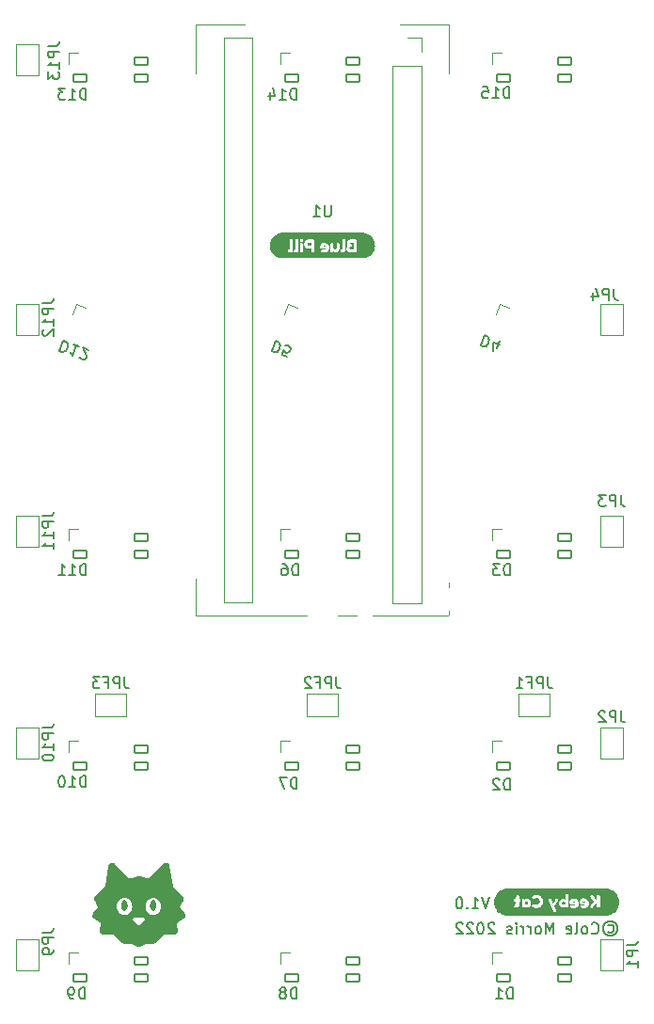
<source format=gbr>
%TF.GenerationSoftware,KiCad,Pcbnew,(6.0.3-11-gdd55ffb75c)*%
%TF.CreationDate,2022-03-17T01:02:22-07:00*%
%TF.ProjectId,keeby cat,6b656562-7920-4636-9174-2e6b69636164,rev?*%
%TF.SameCoordinates,Original*%
%TF.FileFunction,Legend,Bot*%
%TF.FilePolarity,Positive*%
%FSLAX46Y46*%
G04 Gerber Fmt 4.6, Leading zero omitted, Abs format (unit mm)*
G04 Created by KiCad (PCBNEW (6.0.3-11-gdd55ffb75c)) date 2022-03-17 01:02:22*
%MOMM*%
%LPD*%
G01*
G04 APERTURE LIST*
G04 Aperture macros list*
%AMRoundRect*
0 Rectangle with rounded corners*
0 $1 Rounding radius*
0 $2 $3 $4 $5 $6 $7 $8 $9 X,Y pos of 4 corners*
0 Add a 4 corners polygon primitive as box body*
4,1,4,$2,$3,$4,$5,$6,$7,$8,$9,$2,$3,0*
0 Add four circle primitives for the rounded corners*
1,1,$1+$1,$2,$3*
1,1,$1+$1,$4,$5*
1,1,$1+$1,$6,$7*
1,1,$1+$1,$8,$9*
0 Add four rect primitives between the rounded corners*
20,1,$1+$1,$2,$3,$4,$5,0*
20,1,$1+$1,$4,$5,$6,$7,0*
20,1,$1+$1,$6,$7,$8,$9,0*
20,1,$1+$1,$8,$9,$2,$3,0*%
%AMFreePoly0*
4,1,18,-0.410000,0.593000,-0.403758,0.624380,-0.385983,0.650983,-0.359380,0.668758,-0.328000,0.675000,0.000000,0.675000,0.410000,0.265000,0.410000,-0.593000,0.403758,-0.624380,0.385983,-0.650983,0.359380,-0.668758,0.328000,-0.675000,-0.328000,-0.675000,-0.359380,-0.668758,-0.385983,-0.650983,-0.403758,-0.624380,-0.410000,-0.593000,-0.410000,0.593000,-0.410000,0.593000,$1*%
%AMFreePoly1*
4,1,6,1.000000,0.000000,0.500000,-0.750000,-0.500000,-0.750000,-0.500000,0.750000,0.500000,0.750000,1.000000,0.000000,1.000000,0.000000,$1*%
%AMFreePoly2*
4,1,6,0.500000,-0.750000,-0.650000,-0.750000,-0.150000,0.000000,-0.650000,0.750000,0.500000,0.750000,0.500000,-0.750000,0.500000,-0.750000,$1*%
G04 Aperture macros list end*
%ADD10C,0.000000*%
%ADD11C,0.150000*%
%ADD12C,0.153000*%
%ADD13C,0.120000*%
%ADD14R,2.000000X2.000000*%
%ADD15C,2.000000*%
%ADD16RoundRect,0.082000X0.593000X-0.328000X0.593000X0.328000X-0.593000X0.328000X-0.593000X-0.328000X0*%
%ADD17FreePoly0,90.000000*%
%ADD18C,1.800000*%
%ADD19C,4.000000*%
%ADD20C,2.500000*%
%ADD21O,2.500000X3.695000*%
%ADD22O,4.700000X2.200000*%
%ADD23C,2.200000*%
%ADD24O,2.000000X1.400000*%
%ADD25RoundRect,0.082000X0.445055X-0.511037X0.669420X0.105401X-0.445055X0.511037X-0.669420X-0.105401X0*%
%ADD26FreePoly0,70.000000*%
%ADD27FreePoly1,90.000000*%
%ADD28FreePoly2,90.000000*%
%ADD29FreePoly1,270.000000*%
%ADD30FreePoly2,270.000000*%
%ADD31R,1.700000X1.700000*%
%ADD32C,1.700000*%
%ADD33FreePoly1,180.000000*%
%ADD34FreePoly2,180.000000*%
G04 APERTURE END LIST*
D10*
G36*
X76952440Y-136498455D02*
G01*
X76966921Y-136500348D01*
X76981194Y-136503465D01*
X76995242Y-136507776D01*
X77009046Y-136513249D01*
X77022588Y-136519854D01*
X77035850Y-136527560D01*
X77048813Y-136536336D01*
X77061461Y-136546151D01*
X77073774Y-136556974D01*
X77097324Y-136581520D01*
X77119320Y-136609729D01*
X77139615Y-136641352D01*
X77158066Y-136676143D01*
X77174526Y-136713855D01*
X77188852Y-136754241D01*
X77200899Y-136797053D01*
X77210520Y-136842045D01*
X77217572Y-136888970D01*
X77221910Y-136937579D01*
X77223388Y-136987628D01*
X77223016Y-137012857D01*
X77221910Y-137037756D01*
X77220090Y-137062292D01*
X77217572Y-137086436D01*
X77214377Y-137110156D01*
X77210520Y-137133422D01*
X77206022Y-137156202D01*
X77200899Y-137178466D01*
X77195170Y-137200184D01*
X77188852Y-137221324D01*
X77181965Y-137241855D01*
X77174526Y-137261747D01*
X77166554Y-137280969D01*
X77158066Y-137299490D01*
X77149080Y-137317280D01*
X77139615Y-137334307D01*
X77129689Y-137350541D01*
X77119320Y-137365950D01*
X77108525Y-137380505D01*
X77097324Y-137394174D01*
X77085734Y-137406927D01*
X77073774Y-137418732D01*
X77061461Y-137429559D01*
X77048813Y-137439377D01*
X77035850Y-137448156D01*
X77022588Y-137455864D01*
X77009046Y-137462470D01*
X76995242Y-137467945D01*
X76981194Y-137472256D01*
X76966921Y-137475374D01*
X76952440Y-137477268D01*
X76937770Y-137477905D01*
X76923100Y-137477268D01*
X76908620Y-137475374D01*
X76894347Y-137472256D01*
X76880300Y-137467945D01*
X76866496Y-137462470D01*
X76852954Y-137455864D01*
X76839693Y-137448156D01*
X76826729Y-137439377D01*
X76814082Y-137429559D01*
X76801769Y-137418732D01*
X76778218Y-137394174D01*
X76756223Y-137365950D01*
X76735927Y-137334307D01*
X76717476Y-137299490D01*
X76701015Y-137261747D01*
X76686689Y-137221324D01*
X76674642Y-137178466D01*
X76665020Y-137133422D01*
X76657967Y-137086436D01*
X76653630Y-137037756D01*
X76652152Y-136987628D01*
X76652524Y-136962440D01*
X76653630Y-136937582D01*
X76655450Y-136913082D01*
X76657967Y-136888973D01*
X76661163Y-136865286D01*
X76665020Y-136842050D01*
X76669519Y-136819297D01*
X76674642Y-136797059D01*
X76680371Y-136775365D01*
X76686689Y-136754247D01*
X76693576Y-136733735D01*
X76701015Y-136713861D01*
X76708988Y-136694655D01*
X76717476Y-136676149D01*
X76726462Y-136658372D01*
X76735927Y-136641357D01*
X76745853Y-136625134D01*
X76756223Y-136609733D01*
X76767017Y-136595186D01*
X76778218Y-136581524D01*
X76789808Y-136568777D01*
X76801769Y-136556976D01*
X76814082Y-136546153D01*
X76826729Y-136536338D01*
X76839693Y-136527562D01*
X76852954Y-136519856D01*
X76866496Y-136513250D01*
X76880300Y-136507777D01*
X76894347Y-136503466D01*
X76908620Y-136500348D01*
X76923100Y-136498455D01*
X76937770Y-136497817D01*
X76952440Y-136498455D01*
G37*
G36*
X74367937Y-136498455D02*
G01*
X74382417Y-136500348D01*
X74396690Y-136503465D01*
X74410738Y-136507776D01*
X74424542Y-136513249D01*
X74438083Y-136519854D01*
X74451345Y-136527560D01*
X74464309Y-136536336D01*
X74476956Y-136546151D01*
X74489269Y-136556974D01*
X74512820Y-136581520D01*
X74534815Y-136609729D01*
X74555111Y-136641352D01*
X74573561Y-136676143D01*
X74590022Y-136713855D01*
X74604349Y-136754241D01*
X74616395Y-136797053D01*
X74626017Y-136842045D01*
X74633069Y-136888970D01*
X74637407Y-136937579D01*
X74638885Y-136987628D01*
X74638512Y-137012857D01*
X74637407Y-137037756D01*
X74635586Y-137062292D01*
X74633069Y-137086436D01*
X74629873Y-137110156D01*
X74626017Y-137133422D01*
X74621518Y-137156202D01*
X74616395Y-137178466D01*
X74610666Y-137200184D01*
X74604349Y-137221324D01*
X74597461Y-137241855D01*
X74590022Y-137261747D01*
X74582050Y-137280969D01*
X74573561Y-137299490D01*
X74564576Y-137317280D01*
X74555111Y-137334307D01*
X74545184Y-137350541D01*
X74534815Y-137365950D01*
X74524021Y-137380505D01*
X74512820Y-137394174D01*
X74501230Y-137406927D01*
X74489269Y-137418732D01*
X74476956Y-137429559D01*
X74464309Y-137439377D01*
X74451345Y-137448156D01*
X74438083Y-137455864D01*
X74424542Y-137462470D01*
X74410738Y-137467945D01*
X74396690Y-137472256D01*
X74382417Y-137475374D01*
X74367937Y-137477268D01*
X74353267Y-137477905D01*
X74338597Y-137477268D01*
X74324116Y-137475374D01*
X74309843Y-137472256D01*
X74295795Y-137467945D01*
X74281992Y-137462470D01*
X74268450Y-137455864D01*
X74255188Y-137448156D01*
X74242225Y-137439377D01*
X74229577Y-137429559D01*
X74217264Y-137418732D01*
X74193714Y-137394174D01*
X74171718Y-137365950D01*
X74151423Y-137334307D01*
X74132972Y-137299490D01*
X74116511Y-137261747D01*
X74102185Y-137221324D01*
X74090138Y-137178466D01*
X74080516Y-137133422D01*
X74073464Y-137086436D01*
X74069127Y-137037756D01*
X74067648Y-136987628D01*
X74068021Y-136962440D01*
X74069127Y-136937582D01*
X74070947Y-136913082D01*
X74073464Y-136888973D01*
X74076660Y-136865286D01*
X74080516Y-136842050D01*
X74085015Y-136819297D01*
X74090138Y-136797059D01*
X74095867Y-136775365D01*
X74102185Y-136754247D01*
X74109072Y-136733735D01*
X74116511Y-136713861D01*
X74124484Y-136694655D01*
X74132972Y-136676149D01*
X74141958Y-136658372D01*
X74151423Y-136641357D01*
X74161349Y-136625134D01*
X74171718Y-136609733D01*
X74182513Y-136595186D01*
X74193714Y-136581524D01*
X74205304Y-136568777D01*
X74217264Y-136556976D01*
X74229577Y-136546153D01*
X74242225Y-136536338D01*
X74255188Y-136527562D01*
X74268450Y-136519856D01*
X74281992Y-136513250D01*
X74295795Y-136507777D01*
X74309843Y-136503466D01*
X74324116Y-136500348D01*
X74338597Y-136498455D01*
X74353267Y-136497817D01*
X74367937Y-136498455D01*
G37*
G36*
X71609501Y-138194505D02*
G01*
X71592572Y-138181225D01*
X71576596Y-138166977D01*
X71561605Y-138151817D01*
X71547630Y-138135802D01*
X71534704Y-138118989D01*
X71522858Y-138101435D01*
X71512125Y-138083197D01*
X71502535Y-138064332D01*
X71494120Y-138044896D01*
X71486913Y-138024947D01*
X71480946Y-138004541D01*
X71476249Y-137983736D01*
X71472854Y-137962588D01*
X71470794Y-137941154D01*
X71470101Y-137919490D01*
X71470420Y-137904764D01*
X71471375Y-137890114D01*
X71472957Y-137875559D01*
X71475159Y-137861118D01*
X71477975Y-137846809D01*
X71481397Y-137832650D01*
X71485419Y-137818660D01*
X71490032Y-137804857D01*
X71495231Y-137791259D01*
X71501007Y-137777886D01*
X71507355Y-137764755D01*
X71514266Y-137751885D01*
X71521735Y-137739293D01*
X71529752Y-137727000D01*
X71538313Y-137715023D01*
X71547409Y-137703379D01*
X71891780Y-137283457D01*
X71902083Y-137269892D01*
X71911228Y-137255727D01*
X71919208Y-137241032D01*
X71926016Y-137225877D01*
X71931645Y-137210335D01*
X71936088Y-137194474D01*
X71939338Y-137178367D01*
X71941387Y-137162083D01*
X71942230Y-137145695D01*
X71941859Y-137129271D01*
X71940267Y-137112883D01*
X71938162Y-137100734D01*
X73654591Y-137100734D01*
X73654675Y-137112964D01*
X73654928Y-137125332D01*
X73654947Y-137127005D01*
X73655002Y-137128656D01*
X73655087Y-137130292D01*
X73655198Y-137131920D01*
X73655478Y-137135185D01*
X73655805Y-137138509D01*
X73657529Y-137169222D01*
X73660360Y-137199935D01*
X73664330Y-137230606D01*
X73669471Y-137261194D01*
X73675813Y-137291654D01*
X73683389Y-137321946D01*
X73687649Y-137337015D01*
X73692229Y-137352026D01*
X73697133Y-137366974D01*
X73702365Y-137381853D01*
X73704394Y-137388003D01*
X73704934Y-137389549D01*
X73705504Y-137391092D01*
X73706110Y-137392628D01*
X73706760Y-137394152D01*
X73707637Y-137395911D01*
X73714577Y-137413805D01*
X73721898Y-137431389D01*
X73729594Y-137448662D01*
X73737656Y-137465624D01*
X73746080Y-137482274D01*
X73754856Y-137498610D01*
X73763978Y-137514632D01*
X73773440Y-137530339D01*
X73783234Y-137545730D01*
X73793352Y-137560803D01*
X73803789Y-137575558D01*
X73814537Y-137589994D01*
X73825588Y-137604110D01*
X73836936Y-137617904D01*
X73848575Y-137631377D01*
X73860496Y-137644527D01*
X73872712Y-137657782D01*
X73885238Y-137670721D01*
X73898071Y-137683335D01*
X73911208Y-137695613D01*
X73924646Y-137707546D01*
X73938383Y-137719124D01*
X73952416Y-137730337D01*
X73966741Y-137741175D01*
X73981357Y-137751629D01*
X73996259Y-137761687D01*
X74011446Y-137771342D01*
X74026914Y-137780581D01*
X74042660Y-137789397D01*
X74058682Y-137797778D01*
X74074976Y-137805715D01*
X74091541Y-137813198D01*
X74104652Y-137818929D01*
X74117836Y-137824318D01*
X74131087Y-137829368D01*
X74144400Y-137834084D01*
X74157768Y-137838469D01*
X74171185Y-137842526D01*
X74184647Y-137846259D01*
X74198145Y-137849673D01*
X74211676Y-137852770D01*
X74225232Y-137855555D01*
X74238807Y-137858031D01*
X74252397Y-137860202D01*
X74265994Y-137862071D01*
X74279593Y-137863643D01*
X74306773Y-137865908D01*
X74326100Y-137867662D01*
X74330495Y-137867662D01*
X74348719Y-137868236D01*
X74366952Y-137868270D01*
X74385189Y-137867762D01*
X74403423Y-137866709D01*
X74421646Y-137865108D01*
X74439853Y-137862956D01*
X74458036Y-137860250D01*
X74476189Y-137856989D01*
X74494305Y-137853169D01*
X74512377Y-137848788D01*
X74530399Y-137843842D01*
X74548364Y-137838330D01*
X74566266Y-137832248D01*
X74584097Y-137825594D01*
X74601851Y-137818365D01*
X74619521Y-137810559D01*
X74634179Y-137803802D01*
X74648632Y-137796691D01*
X74662877Y-137789234D01*
X74676911Y-137781437D01*
X74690731Y-137773307D01*
X74704334Y-137764851D01*
X74717717Y-137756075D01*
X74730876Y-137746987D01*
X74743809Y-137737593D01*
X74756511Y-137727901D01*
X74768981Y-137717916D01*
X74781215Y-137707646D01*
X74793209Y-137697097D01*
X74804961Y-137686277D01*
X74816468Y-137675192D01*
X74827726Y-137663849D01*
X74836510Y-137655065D01*
X74848416Y-137642503D01*
X74860014Y-137629615D01*
X74871302Y-137616405D01*
X74882280Y-137602875D01*
X74892945Y-137589031D01*
X74903298Y-137574875D01*
X74913336Y-137560411D01*
X74923060Y-137545643D01*
X74932467Y-137530574D01*
X74941557Y-137515209D01*
X74950328Y-137499550D01*
X74958780Y-137483603D01*
X74966911Y-137467369D01*
X74974720Y-137450854D01*
X74982207Y-137434060D01*
X74989369Y-137416992D01*
X74993344Y-137407508D01*
X74997177Y-137397955D01*
X75000873Y-137388341D01*
X75004437Y-137378675D01*
X75007874Y-137368967D01*
X75011191Y-137359227D01*
X75014391Y-137349462D01*
X75017481Y-137339684D01*
X75017559Y-137339422D01*
X75017628Y-137339144D01*
X75017689Y-137338851D01*
X75017743Y-137338544D01*
X75017836Y-137337898D01*
X75017918Y-137337217D01*
X75018001Y-137336516D01*
X75018094Y-137335806D01*
X75018210Y-137335101D01*
X75018279Y-137334754D01*
X75018358Y-137334413D01*
X75026268Y-137305499D01*
X75033125Y-137276458D01*
X75038922Y-137247310D01*
X75043652Y-137218078D01*
X75047306Y-137188783D01*
X75049877Y-137159446D01*
X75051358Y-137130088D01*
X75051741Y-137100750D01*
X76239493Y-137100750D01*
X76239875Y-137130107D01*
X76241356Y-137159465D01*
X76243927Y-137188802D01*
X76247582Y-137218097D01*
X76252311Y-137247329D01*
X76258108Y-137276476D01*
X76264966Y-137305518D01*
X76272876Y-137334431D01*
X76274630Y-137342338D01*
X76277571Y-137351763D01*
X76280656Y-137361153D01*
X76283880Y-137370511D01*
X76287235Y-137379843D01*
X76290717Y-137389153D01*
X76294320Y-137398448D01*
X76298038Y-137407732D01*
X76301864Y-137417010D01*
X76309032Y-137434079D01*
X76316531Y-137450872D01*
X76324361Y-137467388D01*
X76332516Y-137483621D01*
X76340995Y-137499569D01*
X76349795Y-137515227D01*
X76358911Y-137530593D01*
X76368342Y-137545661D01*
X76378084Y-137560429D01*
X76388133Y-137574893D01*
X76398487Y-137589049D01*
X76409143Y-137602894D01*
X76420098Y-137616423D01*
X76431348Y-137629634D01*
X76442891Y-137642522D01*
X76454723Y-137655083D01*
X76465266Y-137665627D01*
X76476697Y-137677054D01*
X76488384Y-137688222D01*
X76500325Y-137699123D01*
X76512516Y-137709750D01*
X76524952Y-137720096D01*
X76537632Y-137730154D01*
X76550550Y-137739915D01*
X76563704Y-137749372D01*
X76577090Y-137758519D01*
X76590704Y-137767347D01*
X76604543Y-137775849D01*
X76618603Y-137784018D01*
X76632881Y-137791847D01*
X76647373Y-137799327D01*
X76662075Y-137806452D01*
X76676985Y-137813214D01*
X76690085Y-137818866D01*
X76703242Y-137824187D01*
X76716449Y-137829179D01*
X76729706Y-137833847D01*
X76743008Y-137838195D01*
X76756351Y-137842226D01*
X76769733Y-137845944D01*
X76783149Y-137849352D01*
X76796598Y-137852455D01*
X76810074Y-137855255D01*
X76823576Y-137857758D01*
X76837099Y-137859965D01*
X76864196Y-137863512D01*
X76891338Y-137865924D01*
X76893700Y-137866110D01*
X76896066Y-137866325D01*
X76900833Y-137866801D01*
X76905685Y-137867278D01*
X76908156Y-137867492D01*
X76910665Y-137867678D01*
X76915937Y-137867678D01*
X76924526Y-137867917D01*
X76933095Y-137867974D01*
X76941650Y-137867874D01*
X76950198Y-137867645D01*
X76967301Y-137866894D01*
X76984460Y-137865924D01*
X76992047Y-137865320D01*
X76999834Y-137864766D01*
X77007620Y-137864128D01*
X77011451Y-137863735D01*
X77015208Y-137863270D01*
X77039172Y-137859972D01*
X77063137Y-137855793D01*
X77087068Y-137850704D01*
X77110929Y-137844674D01*
X77134685Y-137837674D01*
X77146512Y-137833801D01*
X77158299Y-137829675D01*
X77170043Y-137825291D01*
X77181737Y-137820647D01*
X77193379Y-137815737D01*
X77204963Y-137810560D01*
X77221192Y-137802997D01*
X77237154Y-137794993D01*
X77252848Y-137786557D01*
X77268272Y-137777701D01*
X77283424Y-137768436D01*
X77298302Y-137758774D01*
X77312905Y-137748725D01*
X77327230Y-137738301D01*
X77341275Y-137727514D01*
X77355040Y-137716375D01*
X77368521Y-137704894D01*
X77381717Y-137693083D01*
X77394627Y-137680954D01*
X77407248Y-137668517D01*
X77419578Y-137655784D01*
X77431616Y-137642766D01*
X77443458Y-137629627D01*
X77455027Y-137616183D01*
X77466314Y-137602435D01*
X77477312Y-137588382D01*
X77488010Y-137574024D01*
X77498402Y-137559362D01*
X77508479Y-137544394D01*
X77518233Y-137529120D01*
X77527654Y-137513541D01*
X77536734Y-137497656D01*
X77545466Y-137481465D01*
X77553841Y-137464967D01*
X77561849Y-137448163D01*
X77569484Y-137431052D01*
X77576736Y-137413634D01*
X77583597Y-137395908D01*
X77589570Y-137379754D01*
X77595177Y-137363514D01*
X77600422Y-137347193D01*
X77605304Y-137330798D01*
X77609827Y-137314335D01*
X77613991Y-137297811D01*
X77621252Y-137264604D01*
X77627100Y-137231229D01*
X77631549Y-137197736D01*
X77634613Y-137164176D01*
X77636306Y-137130601D01*
X77636306Y-137124452D01*
X77636559Y-137112348D01*
X77636644Y-137100293D01*
X77636559Y-137088238D01*
X77636306Y-137076134D01*
X77636306Y-137069985D01*
X77635407Y-137062957D01*
X77633585Y-137030404D01*
X77630471Y-136997880D01*
X77626044Y-136965424D01*
X77620286Y-136933076D01*
X77613179Y-136900876D01*
X77609114Y-136884843D01*
X77604704Y-136868862D01*
X77599948Y-136852939D01*
X77594842Y-136837076D01*
X77589386Y-136821281D01*
X77583575Y-136805557D01*
X77576715Y-136787826D01*
X77569463Y-136770395D01*
X77561828Y-136753263D01*
X77553820Y-136736434D01*
X77545445Y-136719909D01*
X77536713Y-136703690D01*
X77527633Y-136687778D01*
X77518212Y-136672176D01*
X77508458Y-136656884D01*
X77498381Y-136641906D01*
X77487989Y-136627241D01*
X77477290Y-136612893D01*
X77466293Y-136598863D01*
X77455006Y-136585153D01*
X77443437Y-136571764D01*
X77431595Y-136558698D01*
X77419641Y-136545686D01*
X77407394Y-136532967D01*
X77394857Y-136520554D01*
X77382033Y-136508456D01*
X77368925Y-136496684D01*
X77355534Y-136485250D01*
X77341864Y-136474163D01*
X77327918Y-136463434D01*
X77313697Y-136453074D01*
X77299205Y-136443094D01*
X77284444Y-136433505D01*
X77269417Y-136424316D01*
X77254126Y-136415539D01*
X77238574Y-136407184D01*
X77222765Y-136399262D01*
X77206699Y-136391784D01*
X77206656Y-136391701D01*
X77206610Y-136391621D01*
X77206563Y-136391543D01*
X77206513Y-136391468D01*
X77206462Y-136391396D01*
X77206409Y-136391326D01*
X77206299Y-136391193D01*
X77206184Y-136391068D01*
X77206065Y-136390950D01*
X77205944Y-136390840D01*
X77205822Y-136390736D01*
X77205700Y-136390637D01*
X77205579Y-136390542D01*
X77205346Y-136390363D01*
X77205131Y-136390193D01*
X77205034Y-136390109D01*
X77204945Y-136390025D01*
X77203612Y-136389687D01*
X77202957Y-136389508D01*
X77202306Y-136389314D01*
X77201656Y-136389099D01*
X77201002Y-136388857D01*
X77200673Y-136388724D01*
X77200343Y-136388582D01*
X77200010Y-136388429D01*
X77199674Y-136388266D01*
X77183688Y-136381334D01*
X77167615Y-136374874D01*
X77151462Y-136368884D01*
X77135239Y-136363363D01*
X77118952Y-136358307D01*
X77102609Y-136353716D01*
X77086219Y-136349587D01*
X77069789Y-136345919D01*
X77053328Y-136342709D01*
X77036843Y-136339956D01*
X77020342Y-136337658D01*
X77003834Y-136335813D01*
X76987325Y-136334418D01*
X76970825Y-136333473D01*
X76954341Y-136332974D01*
X76937881Y-136332921D01*
X76915917Y-136332921D01*
X76915936Y-136333821D01*
X76900834Y-136334418D01*
X76885725Y-136335368D01*
X76870616Y-136336676D01*
X76855512Y-136338347D01*
X76840421Y-136340384D01*
X76825347Y-136342792D01*
X76810298Y-136345577D01*
X76795279Y-136348741D01*
X76780297Y-136352291D01*
X76765359Y-136356230D01*
X76750469Y-136360562D01*
X76735636Y-136365293D01*
X76720864Y-136370426D01*
X76706161Y-136375967D01*
X76691532Y-136381919D01*
X76676984Y-136388288D01*
X76662420Y-136394803D01*
X76648078Y-136401691D01*
X76633957Y-136408942D01*
X76620058Y-136416545D01*
X76606380Y-136424489D01*
X76592924Y-136432766D01*
X76579689Y-136441363D01*
X76566676Y-136450271D01*
X76553884Y-136459480D01*
X76541313Y-136468979D01*
X76528964Y-136478757D01*
X76516835Y-136488805D01*
X76504929Y-136499112D01*
X76493243Y-136509668D01*
X76481779Y-136520461D01*
X76470536Y-136531483D01*
X76462629Y-136538511D01*
X76453844Y-136549053D01*
X76442091Y-136561521D01*
X76430618Y-136574297D01*
X76419429Y-136587380D01*
X76408529Y-136600767D01*
X76397921Y-136614458D01*
X76387612Y-136628449D01*
X76377604Y-136642739D01*
X76367903Y-136657326D01*
X76358513Y-136672208D01*
X76349438Y-136687384D01*
X76340683Y-136702851D01*
X76332253Y-136718608D01*
X76324151Y-136734652D01*
X76316383Y-136750982D01*
X76308953Y-136767595D01*
X76301864Y-136784491D01*
X76298038Y-136793769D01*
X76294320Y-136803053D01*
X76290717Y-136812348D01*
X76287235Y-136821658D01*
X76283880Y-136830990D01*
X76280656Y-136840348D01*
X76277571Y-136849738D01*
X76274630Y-136859163D01*
X76272876Y-136866191D01*
X76264966Y-136895124D01*
X76258109Y-136924220D01*
X76252311Y-136953453D01*
X76247582Y-136982796D01*
X76243928Y-137012224D01*
X76241356Y-137041709D01*
X76239875Y-137071227D01*
X76239493Y-137100750D01*
X75051741Y-137100750D01*
X75051741Y-137100732D01*
X75051357Y-137070688D01*
X75049867Y-137040625D01*
X75047265Y-137010578D01*
X75043550Y-136980581D01*
X75038717Y-136950669D01*
X75032764Y-136920875D01*
X75025686Y-136891234D01*
X75017480Y-136861780D01*
X75016603Y-136859144D01*
X75013661Y-136849738D01*
X75010576Y-136840403D01*
X75007353Y-136831131D01*
X75003998Y-136821910D01*
X75000516Y-136812732D01*
X74996914Y-136803585D01*
X74993196Y-136794462D01*
X74989369Y-136785350D01*
X74982019Y-136767778D01*
X74974310Y-136750486D01*
X74966245Y-136733480D01*
X74957830Y-136716766D01*
X74949070Y-136700351D01*
X74939968Y-136684239D01*
X74930531Y-136668437D01*
X74920762Y-136652950D01*
X74910666Y-136637785D01*
X74900248Y-136622947D01*
X74889513Y-136608443D01*
X74878465Y-136594278D01*
X74867109Y-136580458D01*
X74855449Y-136566989D01*
X74843491Y-136553877D01*
X74831239Y-136541128D01*
X74827727Y-136537615D01*
X74810764Y-136520586D01*
X74806480Y-136516375D01*
X74802171Y-136512231D01*
X74797834Y-136508175D01*
X74793465Y-136504232D01*
X74773946Y-136487390D01*
X74753847Y-136471291D01*
X74743582Y-136463529D01*
X74733173Y-136455962D01*
X74722621Y-136448595D01*
X74711926Y-136441429D01*
X74701089Y-136434470D01*
X74690110Y-136427719D01*
X74678990Y-136421180D01*
X74667728Y-136414857D01*
X74656326Y-136408752D01*
X74644783Y-136402869D01*
X74633101Y-136397212D01*
X74621279Y-136391784D01*
X74621236Y-136391701D01*
X74621190Y-136391621D01*
X74621143Y-136391543D01*
X74621093Y-136391468D01*
X74621042Y-136391396D01*
X74620989Y-136391326D01*
X74620878Y-136391193D01*
X74620763Y-136391068D01*
X74620644Y-136390950D01*
X74620522Y-136390840D01*
X74620400Y-136390736D01*
X74620277Y-136390637D01*
X74620156Y-136390542D01*
X74619922Y-136390363D01*
X74619811Y-136390277D01*
X74619707Y-136390193D01*
X74619609Y-136390109D01*
X74619521Y-136390025D01*
X74618191Y-136389687D01*
X74617537Y-136389508D01*
X74616885Y-136389314D01*
X74616234Y-136389099D01*
X74615579Y-136388857D01*
X74615250Y-136388724D01*
X74614919Y-136388582D01*
X74614585Y-136388429D01*
X74614249Y-136388266D01*
X74598348Y-136381334D01*
X74582358Y-136374874D01*
X74566286Y-136368884D01*
X74550142Y-136363363D01*
X74533931Y-136358307D01*
X74517660Y-136353716D01*
X74501339Y-136349587D01*
X74484973Y-136345919D01*
X74468570Y-136342709D01*
X74452138Y-136339956D01*
X74435683Y-136337658D01*
X74419214Y-136335813D01*
X74402737Y-136334418D01*
X74386260Y-136333473D01*
X74369790Y-136332974D01*
X74353335Y-136332921D01*
X74330494Y-136332921D01*
X74330494Y-136333805D01*
X74315393Y-136334402D01*
X74300284Y-136335352D01*
X74285175Y-136336661D01*
X74270071Y-136338331D01*
X74254979Y-136340368D01*
X74239906Y-136342777D01*
X74224856Y-136345561D01*
X74209838Y-136348726D01*
X74194856Y-136352275D01*
X74179917Y-136356214D01*
X74165028Y-136360546D01*
X74150195Y-136365277D01*
X74135423Y-136370411D01*
X74120720Y-136375951D01*
X74106091Y-136381904D01*
X74091542Y-136388272D01*
X74086271Y-136390908D01*
X74084512Y-136391785D01*
X74068373Y-136399263D01*
X74052508Y-136407185D01*
X74036918Y-136415540D01*
X74021605Y-136424317D01*
X74006568Y-136433506D01*
X73991809Y-136443096D01*
X73977328Y-136453076D01*
X73963125Y-136463435D01*
X73949202Y-136474164D01*
X73935559Y-136485251D01*
X73922196Y-136496686D01*
X73909115Y-136508457D01*
X73896316Y-136520555D01*
X73883799Y-136532969D01*
X73871566Y-136545687D01*
X73859617Y-136558700D01*
X73847207Y-136572462D01*
X73835113Y-136586589D01*
X73823344Y-136601078D01*
X73811907Y-136615924D01*
X73800809Y-136631123D01*
X73790057Y-136646672D01*
X73779659Y-136662566D01*
X73769623Y-136678801D01*
X73759956Y-136695374D01*
X73750666Y-136712280D01*
X73741759Y-136729515D01*
X73733243Y-136747076D01*
X73725127Y-136764958D01*
X73717416Y-136783157D01*
X73710119Y-136801670D01*
X73703244Y-136820492D01*
X73693070Y-136850282D01*
X73684130Y-136880263D01*
X73676414Y-136910414D01*
X73669910Y-136940713D01*
X73664608Y-136971139D01*
X73660497Y-137001670D01*
X73657567Y-137032283D01*
X73655805Y-137062958D01*
X73654928Y-137070865D01*
X73654928Y-137076136D01*
X73654675Y-137088503D01*
X73654591Y-137100734D01*
X71938162Y-137100734D01*
X71937446Y-137096603D01*
X71933391Y-137080500D01*
X71928093Y-137064645D01*
X71921546Y-137049109D01*
X71913743Y-137033963D01*
X71666006Y-136594713D01*
X71659177Y-136581962D01*
X71652939Y-136569020D01*
X71647292Y-136555907D01*
X71642230Y-136542640D01*
X71637753Y-136529238D01*
X71633856Y-136515718D01*
X71630539Y-136502099D01*
X71627796Y-136488400D01*
X71625627Y-136474638D01*
X71624027Y-136460831D01*
X71622995Y-136446998D01*
X71622528Y-136433158D01*
X71622622Y-136419327D01*
X71623276Y-136405525D01*
X71624485Y-136391770D01*
X71626249Y-136378079D01*
X71628563Y-136364471D01*
X71631425Y-136350965D01*
X71634833Y-136337578D01*
X71638783Y-136324329D01*
X71643273Y-136311235D01*
X71648300Y-136298315D01*
X71653861Y-136285588D01*
X71659954Y-136273071D01*
X71666575Y-136260783D01*
X71673723Y-136248742D01*
X71681394Y-136236966D01*
X71689585Y-136225473D01*
X71698294Y-136214281D01*
X71707519Y-136203409D01*
X71717255Y-136192875D01*
X71727501Y-136182697D01*
X72532206Y-135414010D01*
X72538644Y-135407643D01*
X72544797Y-135401030D01*
X72550659Y-135394182D01*
X72556227Y-135387108D01*
X72561494Y-135379819D01*
X72566455Y-135372325D01*
X72571105Y-135364637D01*
X72575439Y-135356764D01*
X72579451Y-135348718D01*
X72583137Y-135340507D01*
X72586490Y-135332144D01*
X72589507Y-135323637D01*
X72592180Y-135314998D01*
X72594506Y-135306236D01*
X72596479Y-135297361D01*
X72598094Y-135288385D01*
X72894148Y-133434752D01*
X72898655Y-133411566D01*
X72904719Y-133388942D01*
X72912285Y-133366941D01*
X72921298Y-133345626D01*
X72931705Y-133325058D01*
X72943450Y-133305300D01*
X72956480Y-133286414D01*
X72970739Y-133268462D01*
X72986174Y-133251507D01*
X73002730Y-133235609D01*
X73020352Y-133220833D01*
X73038987Y-133207238D01*
X73058579Y-133194889D01*
X73079075Y-133183847D01*
X73100419Y-133174173D01*
X73122558Y-133165931D01*
X73137491Y-133161357D01*
X73145022Y-133159312D01*
X73152591Y-133157430D01*
X73160197Y-133155714D01*
X73167837Y-133154165D01*
X73175509Y-133152787D01*
X73183209Y-133151580D01*
X73190936Y-133150547D01*
X73198687Y-133149690D01*
X73206459Y-133149012D01*
X73214249Y-133148513D01*
X73222056Y-133148197D01*
X73229876Y-133148064D01*
X73237708Y-133148119D01*
X73245548Y-133148361D01*
X73261178Y-133149471D01*
X73276683Y-133151277D01*
X73292038Y-133153771D01*
X73307221Y-133156945D01*
X73322210Y-133160790D01*
X73336983Y-133165298D01*
X73351515Y-133170461D01*
X73365786Y-133176269D01*
X73379772Y-133182716D01*
X73393451Y-133189791D01*
X73406800Y-133197488D01*
X73419797Y-133205798D01*
X73432419Y-133214712D01*
X73444643Y-133224222D01*
X73456447Y-133234319D01*
X73467808Y-133244996D01*
X74757445Y-134506521D01*
X74768263Y-134516413D01*
X74779605Y-134525502D01*
X74791429Y-134533778D01*
X74803693Y-134541228D01*
X74816356Y-134547840D01*
X74829377Y-134553602D01*
X74842712Y-134558503D01*
X74856322Y-134562530D01*
X74870163Y-134565671D01*
X74884194Y-134567916D01*
X74898374Y-134569250D01*
X74912661Y-134569664D01*
X74927013Y-134569144D01*
X74941388Y-134567679D01*
X74955745Y-134565257D01*
X74970042Y-134561866D01*
X75560393Y-134400222D01*
X75571399Y-134397376D01*
X75582483Y-134394909D01*
X75593634Y-134392822D01*
X75604841Y-134391114D01*
X75616092Y-134389786D01*
X75627376Y-134388837D01*
X75638682Y-134388268D01*
X75650000Y-134388078D01*
X75661318Y-134388268D01*
X75672624Y-134388837D01*
X75683908Y-134389786D01*
X75695159Y-134391114D01*
X75706366Y-134392822D01*
X75717516Y-134394909D01*
X75728601Y-134397376D01*
X75739607Y-134400222D01*
X76330837Y-134561866D01*
X76345059Y-134565257D01*
X76359361Y-134567679D01*
X76373699Y-134569144D01*
X76388028Y-134569664D01*
X76402305Y-134569251D01*
X76416486Y-134567916D01*
X76430529Y-134565672D01*
X76444388Y-134562530D01*
X76458021Y-134558503D01*
X76471383Y-134553603D01*
X76484432Y-134547840D01*
X76497122Y-134541228D01*
X76509411Y-134533778D01*
X76521256Y-134525503D01*
X76532611Y-134516413D01*
X76543434Y-134506521D01*
X77833071Y-133244996D01*
X77845292Y-133233682D01*
X77857985Y-133223022D01*
X77871127Y-133213029D01*
X77884691Y-133203710D01*
X77898652Y-133195078D01*
X77912985Y-133187143D01*
X77927663Y-133179914D01*
X77942662Y-133173402D01*
X77957956Y-133167617D01*
X77973520Y-133162570D01*
X77989328Y-133158272D01*
X78005355Y-133154731D01*
X78021576Y-133151960D01*
X78037965Y-133149967D01*
X78054496Y-133148764D01*
X78071144Y-133148361D01*
X78086675Y-133148715D01*
X78102052Y-133149769D01*
X78117258Y-133151507D01*
X78132275Y-133153915D01*
X78147088Y-133156978D01*
X78161677Y-133160683D01*
X78176027Y-133165015D01*
X78190121Y-133169959D01*
X78203940Y-133175501D01*
X78217468Y-133181627D01*
X78230688Y-133188321D01*
X78243582Y-133195570D01*
X78256134Y-133203359D01*
X78268326Y-133211674D01*
X78280142Y-133220500D01*
X78291563Y-133229822D01*
X78302573Y-133239627D01*
X78313155Y-133249900D01*
X78323292Y-133260626D01*
X78332965Y-133271791D01*
X78342160Y-133283381D01*
X78350857Y-133295381D01*
X78359040Y-133307776D01*
X78366692Y-133320552D01*
X78373796Y-133333696D01*
X78380334Y-133347191D01*
X78386290Y-133361024D01*
X78391646Y-133375181D01*
X78396385Y-133389646D01*
X78400490Y-133404406D01*
X78403944Y-133419446D01*
X78406730Y-133434751D01*
X78701905Y-135288385D01*
X78703520Y-135297356D01*
X78705493Y-135306217D01*
X78707819Y-135314959D01*
X78710492Y-135323574D01*
X78713509Y-135332053D01*
X78716862Y-135340388D01*
X78720548Y-135348572D01*
X78724560Y-135356595D01*
X78728894Y-135364449D01*
X78733544Y-135372127D01*
X78738505Y-135379619D01*
X78743772Y-135386917D01*
X78749340Y-135394014D01*
X78755202Y-135400901D01*
X78761355Y-135407569D01*
X78767793Y-135414010D01*
X79573377Y-136181819D01*
X79583703Y-136192081D01*
X79593512Y-136202698D01*
X79611569Y-136224928D01*
X79627527Y-136248359D01*
X79641367Y-136272847D01*
X79653067Y-136298243D01*
X79662609Y-136324401D01*
X79669971Y-136351174D01*
X79675135Y-136378416D01*
X79678079Y-136405979D01*
X79678785Y-136433717D01*
X79677231Y-136461483D01*
X79673398Y-136489130D01*
X79667265Y-136516511D01*
X79658813Y-136543480D01*
X79648022Y-136569889D01*
X79641743Y-136582838D01*
X79634872Y-136595592D01*
X79386256Y-137034841D01*
X79378453Y-137049987D01*
X79371906Y-137065523D01*
X79366609Y-137081378D01*
X79362553Y-137097481D01*
X79359733Y-137113762D01*
X79358141Y-137130149D01*
X79357770Y-137146573D01*
X79358613Y-137162962D01*
X79360663Y-137179245D01*
X79363913Y-137195352D01*
X79368356Y-137211213D01*
X79373985Y-137226755D01*
X79380792Y-137241910D01*
X79388772Y-137256605D01*
X79397917Y-137270770D01*
X79408220Y-137284335D01*
X79752590Y-137703379D01*
X79761686Y-137714948D01*
X79770246Y-137726870D01*
X79778264Y-137739126D01*
X79785732Y-137751694D01*
X79792644Y-137764555D01*
X79798991Y-137777688D01*
X79804768Y-137791072D01*
X79809967Y-137804688D01*
X79814581Y-137818514D01*
X79818602Y-137832531D01*
X79822025Y-137846718D01*
X79824841Y-137861054D01*
X79827043Y-137875520D01*
X79828625Y-137890095D01*
X79829580Y-137904758D01*
X79829899Y-137919490D01*
X79829727Y-137930345D01*
X79829211Y-137941148D01*
X79827164Y-137962568D01*
X79823790Y-137983693D01*
X79819118Y-138004467D01*
X79813177Y-138024833D01*
X79805998Y-138044736D01*
X79797611Y-138064119D01*
X79788044Y-138082926D01*
X79777329Y-138101100D01*
X79765494Y-138118586D01*
X79752570Y-138135326D01*
X79738586Y-138151265D01*
X79723572Y-138166346D01*
X79707558Y-138180513D01*
X79699185Y-138187237D01*
X79690573Y-138193710D01*
X79681726Y-138199927D01*
X79672648Y-138205881D01*
X79147305Y-138541467D01*
X79132552Y-138551785D01*
X79118840Y-138563122D01*
X79106199Y-138575401D01*
X79094657Y-138588545D01*
X79084243Y-138602477D01*
X79074986Y-138617120D01*
X79066916Y-138632396D01*
X79060060Y-138648229D01*
X79054449Y-138664542D01*
X79050110Y-138681257D01*
X79047073Y-138698298D01*
X79045367Y-138715588D01*
X79045021Y-138733049D01*
X79046062Y-138750604D01*
X79048522Y-138768177D01*
X79052428Y-138785690D01*
X79161361Y-139193313D01*
X79164046Y-139203969D01*
X79166370Y-139214683D01*
X79168333Y-139225457D01*
X79169937Y-139236293D01*
X79171183Y-139247193D01*
X79172072Y-139258157D01*
X79172604Y-139269187D01*
X79172782Y-139280285D01*
X79172336Y-139297686D01*
X79171014Y-139314874D01*
X79168838Y-139331828D01*
X79165829Y-139348524D01*
X79162010Y-139364941D01*
X79157402Y-139381056D01*
X79152028Y-139396848D01*
X79145909Y-139412293D01*
X79139068Y-139427369D01*
X79131526Y-139442055D01*
X79123306Y-139456328D01*
X79114428Y-139470165D01*
X79104916Y-139483544D01*
X79094791Y-139496443D01*
X79084076Y-139508841D01*
X79072791Y-139520713D01*
X79060960Y-139532039D01*
X79048604Y-139542795D01*
X79035744Y-139552960D01*
X79022404Y-139562512D01*
X79008605Y-139571427D01*
X78994369Y-139579684D01*
X78979718Y-139587260D01*
X78964673Y-139594134D01*
X78949258Y-139600282D01*
X78933493Y-139605683D01*
X78917401Y-139610314D01*
X78901004Y-139614153D01*
X78884324Y-139617178D01*
X78867382Y-139619366D01*
X78850201Y-139620695D01*
X78832803Y-139621143D01*
X78044790Y-139621143D01*
X78034277Y-139621389D01*
X78023833Y-139622124D01*
X78013475Y-139623341D01*
X78003216Y-139625038D01*
X77993074Y-139627207D01*
X77983064Y-139629845D01*
X77973202Y-139632947D01*
X77963504Y-139636506D01*
X77953984Y-139640520D01*
X77944660Y-139644981D01*
X77935546Y-139649885D01*
X77926658Y-139655228D01*
X77918013Y-139661004D01*
X77909625Y-139667208D01*
X77901512Y-139673836D01*
X77893687Y-139680881D01*
X77153112Y-140373138D01*
X77141074Y-140383800D01*
X77128591Y-140393852D01*
X77115688Y-140403282D01*
X77102390Y-140412081D01*
X77088722Y-140420238D01*
X77074710Y-140427742D01*
X77060378Y-140434582D01*
X77045753Y-140440747D01*
X77030858Y-140446227D01*
X77015721Y-140451012D01*
X77000364Y-140455089D01*
X76984815Y-140458449D01*
X76969097Y-140461082D01*
X76953237Y-140462975D01*
X76937259Y-140464119D01*
X76921189Y-140464503D01*
X76381790Y-140464503D01*
X76375882Y-140464581D01*
X76369967Y-140464817D01*
X76364052Y-140465211D01*
X76358142Y-140465762D01*
X76352242Y-140466471D01*
X76346358Y-140467337D01*
X76340494Y-140468362D01*
X76334657Y-140469545D01*
X76328851Y-140470885D01*
X76323082Y-140472384D01*
X76317356Y-140474042D01*
X76311677Y-140475857D01*
X76306052Y-140477832D01*
X76300485Y-140479965D01*
X76294982Y-140482257D01*
X76289548Y-140484707D01*
X75791438Y-140712238D01*
X75774499Y-140719433D01*
X75757275Y-140725669D01*
X75739804Y-140730945D01*
X75722128Y-140735262D01*
X75704286Y-140738620D01*
X75686319Y-140741018D01*
X75668267Y-140742457D01*
X75650169Y-140742937D01*
X75632066Y-140742457D01*
X75613997Y-140741018D01*
X75596004Y-140738620D01*
X75578125Y-140735262D01*
X75560402Y-140730945D01*
X75542873Y-140725669D01*
X75525580Y-140719433D01*
X75508562Y-140712238D01*
X75010452Y-140484707D01*
X75004949Y-140482257D01*
X74999405Y-140479965D01*
X74993820Y-140477832D01*
X74988196Y-140475857D01*
X74982536Y-140474042D01*
X74976839Y-140472384D01*
X74971108Y-140470885D01*
X74965343Y-140469545D01*
X74959547Y-140468362D01*
X74953721Y-140467337D01*
X74947867Y-140466471D01*
X74941984Y-140465762D01*
X74936076Y-140465211D01*
X74930143Y-140464817D01*
X74924188Y-140464581D01*
X74918210Y-140464503D01*
X74379690Y-140464503D01*
X74363546Y-140464119D01*
X74347513Y-140462975D01*
X74331614Y-140461082D01*
X74315874Y-140458450D01*
X74300315Y-140455089D01*
X74284961Y-140451012D01*
X74269834Y-140446228D01*
X74254957Y-140440748D01*
X74240355Y-140434582D01*
X74226051Y-140427742D01*
X74212066Y-140420239D01*
X74198426Y-140412082D01*
X74185153Y-140403283D01*
X74172269Y-140393852D01*
X74159800Y-140383800D01*
X74147766Y-140373138D01*
X73406313Y-139680003D01*
X73398489Y-139673042D01*
X73390375Y-139666497D01*
X73381987Y-139660374D01*
X73373342Y-139654677D01*
X73364455Y-139649410D01*
X73355341Y-139644578D01*
X73346016Y-139640186D01*
X73336497Y-139636236D01*
X73326798Y-139632735D01*
X73316936Y-139629686D01*
X73306926Y-139627095D01*
X73296784Y-139624964D01*
X73286526Y-139623299D01*
X73276167Y-139622105D01*
X73265724Y-139621385D01*
X73255211Y-139621144D01*
X72467197Y-139621144D01*
X72449838Y-139620696D01*
X72432692Y-139619366D01*
X72415780Y-139617178D01*
X72399125Y-139614154D01*
X72382749Y-139610314D01*
X72366674Y-139605683D01*
X72350922Y-139600282D01*
X72335517Y-139594134D01*
X72320478Y-139587261D01*
X72305830Y-139579684D01*
X72291595Y-139571427D01*
X72277793Y-139562512D01*
X72264449Y-139552961D01*
X72251583Y-139542796D01*
X72239219Y-139532039D01*
X72227377Y-139520713D01*
X72216082Y-139508841D01*
X72205354Y-139496444D01*
X72195216Y-139483544D01*
X72185690Y-139470165D01*
X72176799Y-139456328D01*
X72168564Y-139442055D01*
X72161008Y-139427370D01*
X72154153Y-139412293D01*
X72148022Y-139396848D01*
X72142636Y-139381057D01*
X72138017Y-139364941D01*
X72134189Y-139348524D01*
X72131172Y-139331828D01*
X72128990Y-139314874D01*
X72127665Y-139297686D01*
X72127218Y-139280285D01*
X72127395Y-139269206D01*
X72127927Y-139258221D01*
X72128815Y-139247312D01*
X72130061Y-139236463D01*
X72131665Y-139225656D01*
X72133628Y-139214873D01*
X72135953Y-139204098D01*
X72138639Y-139193314D01*
X72246694Y-138785690D01*
X72248870Y-138776946D01*
X72250679Y-138768177D01*
X72252123Y-138759393D01*
X72253208Y-138750604D01*
X72253935Y-138741820D01*
X72254311Y-138733049D01*
X72254337Y-138724302D01*
X72254018Y-138715588D01*
X72253358Y-138706917D01*
X72252361Y-138698299D01*
X72251030Y-138689742D01*
X72249369Y-138681258D01*
X72247381Y-138672855D01*
X72245072Y-138664542D01*
X72242444Y-138656331D01*
X72239501Y-138648230D01*
X72236247Y-138640248D01*
X72232686Y-138632397D01*
X72228821Y-138624684D01*
X72224657Y-138617120D01*
X72220197Y-138609715D01*
X72215445Y-138602478D01*
X72210405Y-138595418D01*
X72205080Y-138588546D01*
X72199475Y-138581870D01*
X72193592Y-138575402D01*
X72187437Y-138569149D01*
X72181012Y-138563123D01*
X72174321Y-138557332D01*
X72167369Y-138551786D01*
X72160159Y-138546494D01*
X72152695Y-138541467D01*
X71648959Y-138220526D01*
X75115510Y-138220526D01*
X75115847Y-138226414D01*
X75116601Y-138232301D01*
X75117780Y-138238167D01*
X75119394Y-138243991D01*
X75121453Y-138249753D01*
X75123966Y-138255433D01*
X75126942Y-138261009D01*
X75130390Y-138266461D01*
X75134321Y-138271769D01*
X75578842Y-138825223D01*
X75582136Y-138829145D01*
X75585599Y-138832813D01*
X75589222Y-138836229D01*
X75592992Y-138839392D01*
X75596899Y-138842301D01*
X75600930Y-138844958D01*
X75605074Y-138847361D01*
X75609321Y-138849512D01*
X75613658Y-138851409D01*
X75618075Y-138853054D01*
X75622560Y-138854445D01*
X75627101Y-138855584D01*
X75631688Y-138856470D01*
X75636309Y-138857102D01*
X75640953Y-138857482D01*
X75645608Y-138857608D01*
X75650263Y-138857482D01*
X75654907Y-138857102D01*
X75659528Y-138856470D01*
X75664115Y-138855584D01*
X75668656Y-138854445D01*
X75673141Y-138853054D01*
X75677558Y-138851409D01*
X75681895Y-138849512D01*
X75686142Y-138847361D01*
X75690286Y-138844958D01*
X75694317Y-138842301D01*
X75698224Y-138839392D01*
X75701994Y-138836229D01*
X75705616Y-138832813D01*
X75709080Y-138829145D01*
X75712374Y-138825223D01*
X76156016Y-138271769D01*
X76159947Y-138266461D01*
X76163395Y-138261009D01*
X76166371Y-138255433D01*
X76168884Y-138249753D01*
X76170943Y-138243991D01*
X76172557Y-138238167D01*
X76173736Y-138232301D01*
X76174490Y-138226414D01*
X76174827Y-138220526D01*
X76174758Y-138214657D01*
X76174290Y-138208830D01*
X76173435Y-138203062D01*
X76172201Y-138197377D01*
X76170597Y-138191793D01*
X76168633Y-138186331D01*
X76166319Y-138181013D01*
X76163663Y-138175857D01*
X76160676Y-138170886D01*
X76157365Y-138166119D01*
X76153742Y-138161577D01*
X76149815Y-138157281D01*
X76145593Y-138153250D01*
X76141087Y-138149506D01*
X76136305Y-138146069D01*
X76131256Y-138142960D01*
X76125951Y-138140198D01*
X76120398Y-138137805D01*
X76114607Y-138135802D01*
X76108587Y-138134207D01*
X76102348Y-138133043D01*
X76095899Y-138132330D01*
X76089250Y-138132087D01*
X75201087Y-138132087D01*
X75194437Y-138132330D01*
X75187988Y-138133043D01*
X75181749Y-138134207D01*
X75175729Y-138135802D01*
X75169938Y-138137805D01*
X75164385Y-138140198D01*
X75159080Y-138142960D01*
X75154032Y-138146069D01*
X75149249Y-138149506D01*
X75144743Y-138153250D01*
X75140521Y-138157281D01*
X75136594Y-138161577D01*
X75132971Y-138166119D01*
X75129661Y-138170886D01*
X75126673Y-138175857D01*
X75124018Y-138181013D01*
X75121703Y-138186331D01*
X75119740Y-138191793D01*
X75118136Y-138197377D01*
X75116902Y-138203062D01*
X75116046Y-138208830D01*
X75115579Y-138214657D01*
X75115510Y-138220526D01*
X71648959Y-138220526D01*
X71627352Y-138206759D01*
X71609501Y-138194505D01*
G37*
D11*
X117868761Y-138794976D02*
X117964000Y-138747357D01*
X118154476Y-138747357D01*
X118249714Y-138794976D01*
X118344952Y-138890214D01*
X118392571Y-138985452D01*
X118392571Y-139175928D01*
X118344952Y-139271166D01*
X118249714Y-139366404D01*
X118154476Y-139414023D01*
X117964000Y-139414023D01*
X117868761Y-139366404D01*
X118059238Y-138414023D02*
X118297333Y-138461642D01*
X118535428Y-138604500D01*
X118678285Y-138842595D01*
X118725904Y-139080690D01*
X118678285Y-139318785D01*
X118535428Y-139556880D01*
X118297333Y-139699738D01*
X118059238Y-139747357D01*
X117821142Y-139699738D01*
X117583047Y-139556880D01*
X117440190Y-139318785D01*
X117392571Y-139080690D01*
X117440190Y-138842595D01*
X117583047Y-138604500D01*
X117821142Y-138461642D01*
X118059238Y-138414023D01*
X116392571Y-139461642D02*
X116440190Y-139509261D01*
X116583047Y-139556880D01*
X116678285Y-139556880D01*
X116821142Y-139509261D01*
X116916380Y-139414023D01*
X116964000Y-139318785D01*
X117011619Y-139128309D01*
X117011619Y-138985452D01*
X116964000Y-138794976D01*
X116916380Y-138699738D01*
X116821142Y-138604500D01*
X116678285Y-138556880D01*
X116583047Y-138556880D01*
X116440190Y-138604500D01*
X116392571Y-138652119D01*
X115821142Y-139556880D02*
X115916380Y-139509261D01*
X115964000Y-139461642D01*
X116011619Y-139366404D01*
X116011619Y-139080690D01*
X115964000Y-138985452D01*
X115916380Y-138937833D01*
X115821142Y-138890214D01*
X115678285Y-138890214D01*
X115583047Y-138937833D01*
X115535428Y-138985452D01*
X115487809Y-139080690D01*
X115487809Y-139366404D01*
X115535428Y-139461642D01*
X115583047Y-139509261D01*
X115678285Y-139556880D01*
X115821142Y-139556880D01*
X114916380Y-139556880D02*
X115011619Y-139509261D01*
X115059238Y-139414023D01*
X115059238Y-138556880D01*
X114154476Y-139509261D02*
X114249714Y-139556880D01*
X114440190Y-139556880D01*
X114535428Y-139509261D01*
X114583047Y-139414023D01*
X114583047Y-139033071D01*
X114535428Y-138937833D01*
X114440190Y-138890214D01*
X114249714Y-138890214D01*
X114154476Y-138937833D01*
X114106857Y-139033071D01*
X114106857Y-139128309D01*
X114583047Y-139223547D01*
X112916380Y-139556880D02*
X112916380Y-138556880D01*
X112583047Y-139271166D01*
X112249714Y-138556880D01*
X112249714Y-139556880D01*
X111630666Y-139556880D02*
X111725904Y-139509261D01*
X111773523Y-139461642D01*
X111821142Y-139366404D01*
X111821142Y-139080690D01*
X111773523Y-138985452D01*
X111725904Y-138937833D01*
X111630666Y-138890214D01*
X111487809Y-138890214D01*
X111392571Y-138937833D01*
X111344952Y-138985452D01*
X111297333Y-139080690D01*
X111297333Y-139366404D01*
X111344952Y-139461642D01*
X111392571Y-139509261D01*
X111487809Y-139556880D01*
X111630666Y-139556880D01*
X110868761Y-139556880D02*
X110868761Y-138890214D01*
X110868761Y-139080690D02*
X110821142Y-138985452D01*
X110773523Y-138937833D01*
X110678285Y-138890214D01*
X110583047Y-138890214D01*
X110249714Y-139556880D02*
X110249714Y-138890214D01*
X110249714Y-139080690D02*
X110202095Y-138985452D01*
X110154476Y-138937833D01*
X110059238Y-138890214D01*
X109964000Y-138890214D01*
X109630666Y-139556880D02*
X109630666Y-138890214D01*
X109630666Y-138556880D02*
X109678285Y-138604500D01*
X109630666Y-138652119D01*
X109583047Y-138604500D01*
X109630666Y-138556880D01*
X109630666Y-138652119D01*
X109202095Y-139509261D02*
X109106857Y-139556880D01*
X108916380Y-139556880D01*
X108821142Y-139509261D01*
X108773523Y-139414023D01*
X108773523Y-139366404D01*
X108821142Y-139271166D01*
X108916380Y-139223547D01*
X109059238Y-139223547D01*
X109154476Y-139175928D01*
X109202095Y-139080690D01*
X109202095Y-139033071D01*
X109154476Y-138937833D01*
X109059238Y-138890214D01*
X108916380Y-138890214D01*
X108821142Y-138937833D01*
X107630666Y-138652119D02*
X107583047Y-138604500D01*
X107487809Y-138556880D01*
X107249714Y-138556880D01*
X107154476Y-138604500D01*
X107106857Y-138652119D01*
X107059238Y-138747357D01*
X107059238Y-138842595D01*
X107106857Y-138985452D01*
X107678285Y-139556880D01*
X107059238Y-139556880D01*
X106440190Y-138556880D02*
X106344952Y-138556880D01*
X106249714Y-138604500D01*
X106202095Y-138652119D01*
X106154476Y-138747357D01*
X106106857Y-138937833D01*
X106106857Y-139175928D01*
X106154476Y-139366404D01*
X106202095Y-139461642D01*
X106249714Y-139509261D01*
X106344952Y-139556880D01*
X106440190Y-139556880D01*
X106535428Y-139509261D01*
X106583047Y-139461642D01*
X106630666Y-139366404D01*
X106678285Y-139175928D01*
X106678285Y-138937833D01*
X106630666Y-138747357D01*
X106583047Y-138652119D01*
X106535428Y-138604500D01*
X106440190Y-138556880D01*
X105725904Y-138652119D02*
X105678285Y-138604500D01*
X105583047Y-138556880D01*
X105344952Y-138556880D01*
X105249714Y-138604500D01*
X105202095Y-138652119D01*
X105154476Y-138747357D01*
X105154476Y-138842595D01*
X105202095Y-138985452D01*
X105773523Y-139556880D01*
X105154476Y-139556880D01*
X104773523Y-138652119D02*
X104725904Y-138604500D01*
X104630666Y-138556880D01*
X104392571Y-138556880D01*
X104297333Y-138604500D01*
X104249714Y-138652119D01*
X104202095Y-138747357D01*
X104202095Y-138842595D01*
X104249714Y-138985452D01*
X104821142Y-139556880D01*
X104202095Y-139556880D01*
D12*
X107145809Y-136270880D02*
X106812476Y-137270880D01*
X106479142Y-136270880D01*
X105622000Y-137270880D02*
X106193428Y-137270880D01*
X105907714Y-137270880D02*
X105907714Y-136270880D01*
X106002952Y-136413738D01*
X106098190Y-136508976D01*
X106193428Y-136556595D01*
X105193428Y-137175642D02*
X105145809Y-137223261D01*
X105193428Y-137270880D01*
X105241047Y-137223261D01*
X105193428Y-137175642D01*
X105193428Y-137270880D01*
X104526761Y-136270880D02*
X104431523Y-136270880D01*
X104336285Y-136318500D01*
X104288666Y-136366119D01*
X104241047Y-136461357D01*
X104193428Y-136651833D01*
X104193428Y-136889928D01*
X104241047Y-137080404D01*
X104288666Y-137175642D01*
X104336285Y-137223261D01*
X104431523Y-137270880D01*
X104526761Y-137270880D01*
X104622000Y-137223261D01*
X104669619Y-137175642D01*
X104717238Y-137080404D01*
X104764857Y-136889928D01*
X104764857Y-136651833D01*
X104717238Y-136461357D01*
X104669619Y-136366119D01*
X104622000Y-136318500D01*
X104526761Y-136270880D01*
D11*
%TO.C,D11*%
X70895285Y-107298880D02*
X70895285Y-106298880D01*
X70657190Y-106298880D01*
X70514333Y-106346500D01*
X70419095Y-106441738D01*
X70371476Y-106536976D01*
X70323857Y-106727452D01*
X70323857Y-106870309D01*
X70371476Y-107060785D01*
X70419095Y-107156023D01*
X70514333Y-107251261D01*
X70657190Y-107298880D01*
X70895285Y-107298880D01*
X69371476Y-107298880D02*
X69942904Y-107298880D01*
X69657190Y-107298880D02*
X69657190Y-106298880D01*
X69752428Y-106441738D01*
X69847666Y-106536976D01*
X69942904Y-106584595D01*
X68419095Y-107298880D02*
X68990523Y-107298880D01*
X68704809Y-107298880D02*
X68704809Y-106298880D01*
X68800047Y-106441738D01*
X68895285Y-106536976D01*
X68990523Y-106584595D01*
%TO.C,D15*%
X108995285Y-64372880D02*
X108995285Y-63372880D01*
X108757190Y-63372880D01*
X108614333Y-63420500D01*
X108519095Y-63515738D01*
X108471476Y-63610976D01*
X108423857Y-63801452D01*
X108423857Y-63944309D01*
X108471476Y-64134785D01*
X108519095Y-64230023D01*
X108614333Y-64325261D01*
X108757190Y-64372880D01*
X108995285Y-64372880D01*
X107471476Y-64372880D02*
X108042904Y-64372880D01*
X107757190Y-64372880D02*
X107757190Y-63372880D01*
X107852428Y-63515738D01*
X107947666Y-63610976D01*
X108042904Y-63658595D01*
X106566714Y-63372880D02*
X107042904Y-63372880D01*
X107090523Y-63849071D01*
X107042904Y-63801452D01*
X106947666Y-63753833D01*
X106709571Y-63753833D01*
X106614333Y-63801452D01*
X106566714Y-63849071D01*
X106519095Y-63944309D01*
X106519095Y-64182404D01*
X106566714Y-64277642D01*
X106614333Y-64325261D01*
X106709571Y-64372880D01*
X106947666Y-64372880D01*
X107042904Y-64325261D01*
X107090523Y-64277642D01*
%TO.C,D3*%
X109027095Y-107298880D02*
X109027095Y-106298880D01*
X108789000Y-106298880D01*
X108646142Y-106346500D01*
X108550904Y-106441738D01*
X108503285Y-106536976D01*
X108455666Y-106727452D01*
X108455666Y-106870309D01*
X108503285Y-107060785D01*
X108550904Y-107156023D01*
X108646142Y-107251261D01*
X108789000Y-107298880D01*
X109027095Y-107298880D01*
X108122333Y-106298880D02*
X107503285Y-106298880D01*
X107836619Y-106679833D01*
X107693761Y-106679833D01*
X107598523Y-106727452D01*
X107550904Y-106775071D01*
X107503285Y-106870309D01*
X107503285Y-107108404D01*
X107550904Y-107203642D01*
X107598523Y-107251261D01*
X107693761Y-107298880D01*
X107979476Y-107298880D01*
X108074714Y-107251261D01*
X108122333Y-107203642D01*
%TO.C,D7*%
X89850095Y-126475880D02*
X89850095Y-125475880D01*
X89612000Y-125475880D01*
X89469142Y-125523500D01*
X89373904Y-125618738D01*
X89326285Y-125713976D01*
X89278666Y-125904452D01*
X89278666Y-126047309D01*
X89326285Y-126237785D01*
X89373904Y-126333023D01*
X89469142Y-126428261D01*
X89612000Y-126475880D01*
X89850095Y-126475880D01*
X88945333Y-125475880D02*
X88278666Y-125475880D01*
X88707238Y-126475880D01*
%TO.C,D14*%
X89818285Y-64499880D02*
X89818285Y-63499880D01*
X89580190Y-63499880D01*
X89437333Y-63547500D01*
X89342095Y-63642738D01*
X89294476Y-63737976D01*
X89246857Y-63928452D01*
X89246857Y-64071309D01*
X89294476Y-64261785D01*
X89342095Y-64357023D01*
X89437333Y-64452261D01*
X89580190Y-64499880D01*
X89818285Y-64499880D01*
X88294476Y-64499880D02*
X88865904Y-64499880D01*
X88580190Y-64499880D02*
X88580190Y-63499880D01*
X88675428Y-63642738D01*
X88770666Y-63737976D01*
X88865904Y-63785595D01*
X87437333Y-63833214D02*
X87437333Y-64499880D01*
X87675428Y-63452261D02*
X87913523Y-64166547D01*
X87294476Y-64166547D01*
%TO.C,D2*%
X109027095Y-126602880D02*
X109027095Y-125602880D01*
X108789000Y-125602880D01*
X108646142Y-125650500D01*
X108550904Y-125745738D01*
X108503285Y-125840976D01*
X108455666Y-126031452D01*
X108455666Y-126174309D01*
X108503285Y-126364785D01*
X108550904Y-126460023D01*
X108646142Y-126555261D01*
X108789000Y-126602880D01*
X109027095Y-126602880D01*
X108074714Y-125698119D02*
X108027095Y-125650500D01*
X107931857Y-125602880D01*
X107693761Y-125602880D01*
X107598523Y-125650500D01*
X107550904Y-125698119D01*
X107503285Y-125793357D01*
X107503285Y-125888595D01*
X107550904Y-126031452D01*
X108122333Y-126602880D01*
X107503285Y-126602880D01*
%TO.C,D6*%
X89977095Y-107298880D02*
X89977095Y-106298880D01*
X89739000Y-106298880D01*
X89596142Y-106346500D01*
X89500904Y-106441738D01*
X89453285Y-106536976D01*
X89405666Y-106727452D01*
X89405666Y-106870309D01*
X89453285Y-107060785D01*
X89500904Y-107156023D01*
X89596142Y-107251261D01*
X89739000Y-107298880D01*
X89977095Y-107298880D01*
X88548523Y-106298880D02*
X88739000Y-106298880D01*
X88834238Y-106346500D01*
X88881857Y-106394119D01*
X88977095Y-106536976D01*
X89024714Y-106727452D01*
X89024714Y-107108404D01*
X88977095Y-107203642D01*
X88929476Y-107251261D01*
X88834238Y-107298880D01*
X88643761Y-107298880D01*
X88548523Y-107251261D01*
X88500904Y-107203642D01*
X88453285Y-107108404D01*
X88453285Y-106870309D01*
X88500904Y-106775071D01*
X88548523Y-106727452D01*
X88643761Y-106679833D01*
X88834238Y-106679833D01*
X88929476Y-106727452D01*
X88977095Y-106775071D01*
X89024714Y-106870309D01*
%TO.C,D8*%
X89850095Y-145398880D02*
X89850095Y-144398880D01*
X89612000Y-144398880D01*
X89469142Y-144446500D01*
X89373904Y-144541738D01*
X89326285Y-144636976D01*
X89278666Y-144827452D01*
X89278666Y-144970309D01*
X89326285Y-145160785D01*
X89373904Y-145256023D01*
X89469142Y-145351261D01*
X89612000Y-145398880D01*
X89850095Y-145398880D01*
X88707238Y-144827452D02*
X88802476Y-144779833D01*
X88850095Y-144732214D01*
X88897714Y-144636976D01*
X88897714Y-144589357D01*
X88850095Y-144494119D01*
X88802476Y-144446500D01*
X88707238Y-144398880D01*
X88516761Y-144398880D01*
X88421523Y-144446500D01*
X88373904Y-144494119D01*
X88326285Y-144589357D01*
X88326285Y-144636976D01*
X88373904Y-144732214D01*
X88421523Y-144779833D01*
X88516761Y-144827452D01*
X88707238Y-144827452D01*
X88802476Y-144875071D01*
X88850095Y-144922690D01*
X88897714Y-145017928D01*
X88897714Y-145208404D01*
X88850095Y-145303642D01*
X88802476Y-145351261D01*
X88707238Y-145398880D01*
X88516761Y-145398880D01*
X88421523Y-145351261D01*
X88373904Y-145303642D01*
X88326285Y-145208404D01*
X88326285Y-145017928D01*
X88373904Y-144922690D01*
X88421523Y-144875071D01*
X88516761Y-144827452D01*
%TO.C,D13*%
X70895285Y-64499880D02*
X70895285Y-63499880D01*
X70657190Y-63499880D01*
X70514333Y-63547500D01*
X70419095Y-63642738D01*
X70371476Y-63737976D01*
X70323857Y-63928452D01*
X70323857Y-64071309D01*
X70371476Y-64261785D01*
X70419095Y-64357023D01*
X70514333Y-64452261D01*
X70657190Y-64499880D01*
X70895285Y-64499880D01*
X69371476Y-64499880D02*
X69942904Y-64499880D01*
X69657190Y-64499880D02*
X69657190Y-63499880D01*
X69752428Y-63642738D01*
X69847666Y-63737976D01*
X69942904Y-63785595D01*
X69038142Y-63499880D02*
X68419095Y-63499880D01*
X68752428Y-63880833D01*
X68609571Y-63880833D01*
X68514333Y-63928452D01*
X68466714Y-63976071D01*
X68419095Y-64071309D01*
X68419095Y-64309404D01*
X68466714Y-64404642D01*
X68514333Y-64452261D01*
X68609571Y-64499880D01*
X68895285Y-64499880D01*
X68990523Y-64452261D01*
X69038142Y-64404642D01*
%TO.C,D1*%
X109281095Y-145398880D02*
X109281095Y-144398880D01*
X109043000Y-144398880D01*
X108900142Y-144446500D01*
X108804904Y-144541738D01*
X108757285Y-144636976D01*
X108709666Y-144827452D01*
X108709666Y-144970309D01*
X108757285Y-145160785D01*
X108804904Y-145256023D01*
X108900142Y-145351261D01*
X109043000Y-145398880D01*
X109281095Y-145398880D01*
X107757285Y-145398880D02*
X108328714Y-145398880D01*
X108043000Y-145398880D02*
X108043000Y-144398880D01*
X108138238Y-144541738D01*
X108233476Y-144636976D01*
X108328714Y-144684595D01*
%TO.C,D12*%
X68821668Y-86194090D02*
X68479647Y-87133783D01*
X68703384Y-87215216D01*
X68853912Y-87219329D01*
X68975980Y-87162408D01*
X69053301Y-87089200D01*
X69163195Y-86926498D01*
X69212055Y-86792256D01*
X69232454Y-86596980D01*
X69220280Y-86491199D01*
X69163359Y-86369131D01*
X69045404Y-86275524D01*
X68821668Y-86194090D01*
X70253580Y-86715264D02*
X69716613Y-86519824D01*
X69985097Y-86617544D02*
X69643076Y-87557236D01*
X69602442Y-87390421D01*
X69545521Y-87268353D01*
X69472313Y-87191033D01*
X70302111Y-87695755D02*
X70330572Y-87756789D01*
X70403780Y-87834110D01*
X70627516Y-87915543D01*
X70733297Y-87903369D01*
X70794331Y-87874909D01*
X70871652Y-87801701D01*
X70904225Y-87712206D01*
X70908338Y-87561678D01*
X70566811Y-86829271D01*
X71148525Y-87040997D01*
%TO.C,D9*%
X70800095Y-145398880D02*
X70800095Y-144398880D01*
X70562000Y-144398880D01*
X70419142Y-144446500D01*
X70323904Y-144541738D01*
X70276285Y-144636976D01*
X70228666Y-144827452D01*
X70228666Y-144970309D01*
X70276285Y-145160785D01*
X70323904Y-145256023D01*
X70419142Y-145351261D01*
X70562000Y-145398880D01*
X70800095Y-145398880D01*
X69752476Y-145398880D02*
X69562000Y-145398880D01*
X69466761Y-145351261D01*
X69419142Y-145303642D01*
X69323904Y-145160785D01*
X69276285Y-144970309D01*
X69276285Y-144589357D01*
X69323904Y-144494119D01*
X69371523Y-144446500D01*
X69466761Y-144398880D01*
X69657238Y-144398880D01*
X69752476Y-144446500D01*
X69800095Y-144494119D01*
X69847714Y-144589357D01*
X69847714Y-144827452D01*
X69800095Y-144922690D01*
X69752476Y-144970309D01*
X69657238Y-145017928D01*
X69466761Y-145017928D01*
X69371523Y-144970309D01*
X69323904Y-144922690D01*
X69276285Y-144827452D01*
%TO.C,D10*%
X70895285Y-126348880D02*
X70895285Y-125348880D01*
X70657190Y-125348880D01*
X70514333Y-125396500D01*
X70419095Y-125491738D01*
X70371476Y-125586976D01*
X70323857Y-125777452D01*
X70323857Y-125920309D01*
X70371476Y-126110785D01*
X70419095Y-126206023D01*
X70514333Y-126301261D01*
X70657190Y-126348880D01*
X70895285Y-126348880D01*
X69371476Y-126348880D02*
X69942904Y-126348880D01*
X69657190Y-126348880D02*
X69657190Y-125348880D01*
X69752428Y-125491738D01*
X69847666Y-125586976D01*
X69942904Y-125634595D01*
X68752428Y-125348880D02*
X68657190Y-125348880D01*
X68561952Y-125396500D01*
X68514333Y-125444119D01*
X68466714Y-125539357D01*
X68419095Y-125729833D01*
X68419095Y-125967928D01*
X68466714Y-126158404D01*
X68514333Y-126253642D01*
X68561952Y-126301261D01*
X68657190Y-126348880D01*
X68752428Y-126348880D01*
X68847666Y-126301261D01*
X68895285Y-126253642D01*
X68942904Y-126158404D01*
X68990523Y-125967928D01*
X68990523Y-125729833D01*
X68942904Y-125539357D01*
X68895285Y-125444119D01*
X68847666Y-125396500D01*
X68752428Y-125348880D01*
%TO.C,D4*%
X106734140Y-85721957D02*
X106392120Y-86661650D01*
X106615856Y-86743083D01*
X106766385Y-86747196D01*
X106888453Y-86690275D01*
X106965773Y-86617067D01*
X107075667Y-86454364D01*
X107124527Y-86320123D01*
X107144927Y-86124847D01*
X107132753Y-86019066D01*
X107075832Y-85896998D01*
X106957877Y-85803390D01*
X106734140Y-85721957D01*
X107848545Y-86837019D02*
X108076558Y-86210557D01*
X107494515Y-87113564D02*
X107515079Y-86360921D01*
X108096793Y-86572648D01*
%TO.C,D5*%
X87938140Y-86229957D02*
X87596120Y-87169650D01*
X87819856Y-87251083D01*
X87970385Y-87255196D01*
X88092453Y-87198275D01*
X88169773Y-87125067D01*
X88279667Y-86962364D01*
X88328527Y-86828123D01*
X88348927Y-86632847D01*
X88336753Y-86527066D01*
X88279832Y-86404998D01*
X88161877Y-86311390D01*
X87938140Y-86229957D01*
X88983285Y-87674537D02*
X88535813Y-87511670D01*
X88653932Y-87047910D01*
X88682393Y-87108944D01*
X88755601Y-87186265D01*
X88979337Y-87267698D01*
X89085118Y-87255524D01*
X89146152Y-87227064D01*
X89223473Y-87153856D01*
X89304906Y-86930120D01*
X89292732Y-86824338D01*
X89264272Y-86763304D01*
X89191064Y-86685984D01*
X88967327Y-86604551D01*
X88861546Y-86616724D01*
X88800512Y-86645185D01*
%TO.C,JP12*%
X66974380Y-82803976D02*
X67688666Y-82803976D01*
X67831523Y-82756357D01*
X67926761Y-82661119D01*
X67974380Y-82518261D01*
X67974380Y-82423023D01*
X67974380Y-83280166D02*
X66974380Y-83280166D01*
X66974380Y-83661119D01*
X67022000Y-83756357D01*
X67069619Y-83803976D01*
X67164857Y-83851595D01*
X67307714Y-83851595D01*
X67402952Y-83803976D01*
X67450571Y-83756357D01*
X67498190Y-83661119D01*
X67498190Y-83280166D01*
X67974380Y-84803976D02*
X67974380Y-84232547D01*
X67974380Y-84518261D02*
X66974380Y-84518261D01*
X67117238Y-84423023D01*
X67212476Y-84327785D01*
X67260095Y-84232547D01*
X67069619Y-85184928D02*
X67022000Y-85232547D01*
X66974380Y-85327785D01*
X66974380Y-85565880D01*
X67022000Y-85661119D01*
X67069619Y-85708738D01*
X67164857Y-85756357D01*
X67260095Y-85756357D01*
X67402952Y-85708738D01*
X67974380Y-85137309D01*
X67974380Y-85756357D01*
%TO.C,JP4*%
X118393333Y-81533880D02*
X118393333Y-82248166D01*
X118440952Y-82391023D01*
X118536190Y-82486261D01*
X118679047Y-82533880D01*
X118774285Y-82533880D01*
X117917142Y-82533880D02*
X117917142Y-81533880D01*
X117536190Y-81533880D01*
X117440952Y-81581500D01*
X117393333Y-81629119D01*
X117345714Y-81724357D01*
X117345714Y-81867214D01*
X117393333Y-81962452D01*
X117440952Y-82010071D01*
X117536190Y-82057690D01*
X117917142Y-82057690D01*
X116488571Y-81867214D02*
X116488571Y-82533880D01*
X116726666Y-81486261D02*
X116964761Y-82200547D01*
X116345714Y-82200547D01*
%TO.C,U1*%
X92921904Y-74040880D02*
X92921904Y-74850404D01*
X92874285Y-74945642D01*
X92826666Y-74993261D01*
X92731428Y-75040880D01*
X92540952Y-75040880D01*
X92445714Y-74993261D01*
X92398095Y-74945642D01*
X92350476Y-74850404D01*
X92350476Y-74040880D01*
X91350476Y-75040880D02*
X91921904Y-75040880D01*
X91636190Y-75040880D02*
X91636190Y-74040880D01*
X91731428Y-74183738D01*
X91826666Y-74278976D01*
X91921904Y-74326595D01*
%TO.C,JPF3*%
X74371904Y-116458880D02*
X74371904Y-117173166D01*
X74419523Y-117316023D01*
X74514761Y-117411261D01*
X74657619Y-117458880D01*
X74752857Y-117458880D01*
X73895714Y-117458880D02*
X73895714Y-116458880D01*
X73514761Y-116458880D01*
X73419523Y-116506500D01*
X73371904Y-116554119D01*
X73324285Y-116649357D01*
X73324285Y-116792214D01*
X73371904Y-116887452D01*
X73419523Y-116935071D01*
X73514761Y-116982690D01*
X73895714Y-116982690D01*
X72562380Y-116935071D02*
X72895714Y-116935071D01*
X72895714Y-117458880D02*
X72895714Y-116458880D01*
X72419523Y-116458880D01*
X72133809Y-116458880D02*
X71514761Y-116458880D01*
X71848095Y-116839833D01*
X71705238Y-116839833D01*
X71610000Y-116887452D01*
X71562380Y-116935071D01*
X71514761Y-117030309D01*
X71514761Y-117268404D01*
X71562380Y-117363642D01*
X71610000Y-117411261D01*
X71705238Y-117458880D01*
X71990952Y-117458880D01*
X72086190Y-117411261D01*
X72133809Y-117363642D01*
%TO.C,JP1*%
X119552380Y-140557166D02*
X120266666Y-140557166D01*
X120409523Y-140509547D01*
X120504761Y-140414309D01*
X120552380Y-140271452D01*
X120552380Y-140176214D01*
X120552380Y-141033357D02*
X119552380Y-141033357D01*
X119552380Y-141414309D01*
X119600000Y-141509547D01*
X119647619Y-141557166D01*
X119742857Y-141604785D01*
X119885714Y-141604785D01*
X119980952Y-141557166D01*
X120028571Y-141509547D01*
X120076190Y-141414309D01*
X120076190Y-141033357D01*
X120552380Y-142557166D02*
X120552380Y-141985738D01*
X120552380Y-142271452D02*
X119552380Y-142271452D01*
X119695238Y-142176214D01*
X119790476Y-142080976D01*
X119838095Y-141985738D01*
%TO.C,JP2*%
X119028333Y-119506880D02*
X119028333Y-120221166D01*
X119075952Y-120364023D01*
X119171190Y-120459261D01*
X119314047Y-120506880D01*
X119409285Y-120506880D01*
X118552142Y-120506880D02*
X118552142Y-119506880D01*
X118171190Y-119506880D01*
X118075952Y-119554500D01*
X118028333Y-119602119D01*
X117980714Y-119697357D01*
X117980714Y-119840214D01*
X118028333Y-119935452D01*
X118075952Y-119983071D01*
X118171190Y-120030690D01*
X118552142Y-120030690D01*
X117599761Y-119602119D02*
X117552142Y-119554500D01*
X117456904Y-119506880D01*
X117218809Y-119506880D01*
X117123571Y-119554500D01*
X117075952Y-119602119D01*
X117028333Y-119697357D01*
X117028333Y-119792595D01*
X117075952Y-119935452D01*
X117647380Y-120506880D01*
X117028333Y-120506880D01*
%TO.C,JP10*%
X66974380Y-121030976D02*
X67688666Y-121030976D01*
X67831523Y-120983357D01*
X67926761Y-120888119D01*
X67974380Y-120745261D01*
X67974380Y-120650023D01*
X67974380Y-121507166D02*
X66974380Y-121507166D01*
X66974380Y-121888119D01*
X67022000Y-121983357D01*
X67069619Y-122030976D01*
X67164857Y-122078595D01*
X67307714Y-122078595D01*
X67402952Y-122030976D01*
X67450571Y-121983357D01*
X67498190Y-121888119D01*
X67498190Y-121507166D01*
X67974380Y-123030976D02*
X67974380Y-122459547D01*
X67974380Y-122745261D02*
X66974380Y-122745261D01*
X67117238Y-122650023D01*
X67212476Y-122554785D01*
X67260095Y-122459547D01*
X66974380Y-123650023D02*
X66974380Y-123745261D01*
X67022000Y-123840500D01*
X67069619Y-123888119D01*
X67164857Y-123935738D01*
X67355333Y-123983357D01*
X67593428Y-123983357D01*
X67783904Y-123935738D01*
X67879142Y-123888119D01*
X67926761Y-123840500D01*
X67974380Y-123745261D01*
X67974380Y-123650023D01*
X67926761Y-123554785D01*
X67879142Y-123507166D01*
X67783904Y-123459547D01*
X67593428Y-123411928D01*
X67355333Y-123411928D01*
X67164857Y-123459547D01*
X67069619Y-123507166D01*
X67022000Y-123554785D01*
X66974380Y-123650023D01*
%TO.C,JP13*%
X67482380Y-59689976D02*
X68196666Y-59689976D01*
X68339523Y-59642357D01*
X68434761Y-59547119D01*
X68482380Y-59404261D01*
X68482380Y-59309023D01*
X68482380Y-60166166D02*
X67482380Y-60166166D01*
X67482380Y-60547119D01*
X67530000Y-60642357D01*
X67577619Y-60689976D01*
X67672857Y-60737595D01*
X67815714Y-60737595D01*
X67910952Y-60689976D01*
X67958571Y-60642357D01*
X68006190Y-60547119D01*
X68006190Y-60166166D01*
X68482380Y-61689976D02*
X68482380Y-61118547D01*
X68482380Y-61404261D02*
X67482380Y-61404261D01*
X67625238Y-61309023D01*
X67720476Y-61213785D01*
X67768095Y-61118547D01*
X67482380Y-62023309D02*
X67482380Y-62642357D01*
X67863333Y-62309023D01*
X67863333Y-62451880D01*
X67910952Y-62547119D01*
X67958571Y-62594738D01*
X68053809Y-62642357D01*
X68291904Y-62642357D01*
X68387142Y-62594738D01*
X68434761Y-62547119D01*
X68482380Y-62451880D01*
X68482380Y-62166166D01*
X68434761Y-62070928D01*
X68387142Y-62023309D01*
%TO.C,JPF1*%
X112471904Y-116458880D02*
X112471904Y-117173166D01*
X112519523Y-117316023D01*
X112614761Y-117411261D01*
X112757619Y-117458880D01*
X112852857Y-117458880D01*
X111995714Y-117458880D02*
X111995714Y-116458880D01*
X111614761Y-116458880D01*
X111519523Y-116506500D01*
X111471904Y-116554119D01*
X111424285Y-116649357D01*
X111424285Y-116792214D01*
X111471904Y-116887452D01*
X111519523Y-116935071D01*
X111614761Y-116982690D01*
X111995714Y-116982690D01*
X110662380Y-116935071D02*
X110995714Y-116935071D01*
X110995714Y-117458880D02*
X110995714Y-116458880D01*
X110519523Y-116458880D01*
X109614761Y-117458880D02*
X110186190Y-117458880D01*
X109900476Y-117458880D02*
X109900476Y-116458880D01*
X109995714Y-116601738D01*
X110090952Y-116696976D01*
X110186190Y-116744595D01*
%TO.C,JP11*%
X66974380Y-101980976D02*
X67688666Y-101980976D01*
X67831523Y-101933357D01*
X67926761Y-101838119D01*
X67974380Y-101695261D01*
X67974380Y-101600023D01*
X67974380Y-102457166D02*
X66974380Y-102457166D01*
X66974380Y-102838119D01*
X67022000Y-102933357D01*
X67069619Y-102980976D01*
X67164857Y-103028595D01*
X67307714Y-103028595D01*
X67402952Y-102980976D01*
X67450571Y-102933357D01*
X67498190Y-102838119D01*
X67498190Y-102457166D01*
X67974380Y-103980976D02*
X67974380Y-103409547D01*
X67974380Y-103695261D02*
X66974380Y-103695261D01*
X67117238Y-103600023D01*
X67212476Y-103504785D01*
X67260095Y-103409547D01*
X67974380Y-104933357D02*
X67974380Y-104361928D01*
X67974380Y-104647642D02*
X66974380Y-104647642D01*
X67117238Y-104552404D01*
X67212476Y-104457166D01*
X67260095Y-104361928D01*
%TO.C,JP3*%
X119028333Y-100075880D02*
X119028333Y-100790166D01*
X119075952Y-100933023D01*
X119171190Y-101028261D01*
X119314047Y-101075880D01*
X119409285Y-101075880D01*
X118552142Y-101075880D02*
X118552142Y-100075880D01*
X118171190Y-100075880D01*
X118075952Y-100123500D01*
X118028333Y-100171119D01*
X117980714Y-100266357D01*
X117980714Y-100409214D01*
X118028333Y-100504452D01*
X118075952Y-100552071D01*
X118171190Y-100599690D01*
X118552142Y-100599690D01*
X117647380Y-100075880D02*
X117028333Y-100075880D01*
X117361666Y-100456833D01*
X117218809Y-100456833D01*
X117123571Y-100504452D01*
X117075952Y-100552071D01*
X117028333Y-100647309D01*
X117028333Y-100885404D01*
X117075952Y-100980642D01*
X117123571Y-101028261D01*
X117218809Y-101075880D01*
X117504523Y-101075880D01*
X117599761Y-101028261D01*
X117647380Y-100980642D01*
%TO.C,JPF2*%
X93421904Y-116458880D02*
X93421904Y-117173166D01*
X93469523Y-117316023D01*
X93564761Y-117411261D01*
X93707619Y-117458880D01*
X93802857Y-117458880D01*
X92945714Y-117458880D02*
X92945714Y-116458880D01*
X92564761Y-116458880D01*
X92469523Y-116506500D01*
X92421904Y-116554119D01*
X92374285Y-116649357D01*
X92374285Y-116792214D01*
X92421904Y-116887452D01*
X92469523Y-116935071D01*
X92564761Y-116982690D01*
X92945714Y-116982690D01*
X91612380Y-116935071D02*
X91945714Y-116935071D01*
X91945714Y-117458880D02*
X91945714Y-116458880D01*
X91469523Y-116458880D01*
X91136190Y-116554119D02*
X91088571Y-116506500D01*
X90993333Y-116458880D01*
X90755238Y-116458880D01*
X90660000Y-116506500D01*
X90612380Y-116554119D01*
X90564761Y-116649357D01*
X90564761Y-116744595D01*
X90612380Y-116887452D01*
X91183809Y-117458880D01*
X90564761Y-117458880D01*
%TO.C,JP9*%
X66974380Y-139414166D02*
X67688666Y-139414166D01*
X67831523Y-139366547D01*
X67926761Y-139271309D01*
X67974380Y-139128452D01*
X67974380Y-139033214D01*
X67974380Y-139890357D02*
X66974380Y-139890357D01*
X66974380Y-140271309D01*
X67022000Y-140366547D01*
X67069619Y-140414166D01*
X67164857Y-140461785D01*
X67307714Y-140461785D01*
X67402952Y-140414166D01*
X67450571Y-140366547D01*
X67498190Y-140271309D01*
X67498190Y-139890357D01*
X67974380Y-140937976D02*
X67974380Y-141128452D01*
X67926761Y-141223690D01*
X67879142Y-141271309D01*
X67736285Y-141366547D01*
X67545809Y-141414166D01*
X67164857Y-141414166D01*
X67069619Y-141366547D01*
X67022000Y-141318928D01*
X66974380Y-141223690D01*
X66974380Y-141033214D01*
X67022000Y-140937976D01*
X67069619Y-140890357D01*
X67164857Y-140842738D01*
X67402952Y-140842738D01*
X67498190Y-140890357D01*
X67545809Y-140937976D01*
X67593428Y-141033214D01*
X67593428Y-141223690D01*
X67545809Y-141318928D01*
X67498190Y-141366547D01*
X67402952Y-141414166D01*
D13*
%TO.C,D11*%
X69310000Y-104150000D02*
X69310000Y-103150000D01*
X69310000Y-103150000D02*
X70210000Y-103150000D01*
%TO.C,D15*%
X107410000Y-61287500D02*
X107410000Y-60287500D01*
X107410000Y-60287500D02*
X108310000Y-60287500D01*
%TO.C,D3*%
X107410000Y-104150000D02*
X107410000Y-103150000D01*
X107410000Y-103150000D02*
X108310000Y-103150000D01*
%TO.C,D7*%
X88360000Y-123200000D02*
X88360000Y-122200000D01*
X88360000Y-122200000D02*
X89260000Y-122200000D01*
%TO.C,D14*%
X88360000Y-60287500D02*
X89260000Y-60287500D01*
X88360000Y-61287500D02*
X88360000Y-60287500D01*
%TO.C,D2*%
X107410000Y-122200000D02*
X108310000Y-122200000D01*
X107410000Y-123200000D02*
X107410000Y-122200000D01*
%TO.C,D6*%
X88360000Y-103150000D02*
X89260000Y-103150000D01*
X88360000Y-104150000D02*
X88360000Y-103150000D01*
%TO.C,D8*%
X88360000Y-141250000D02*
X89260000Y-141250000D01*
X88360000Y-142250000D02*
X88360000Y-141250000D01*
%TO.C,D13*%
X69310000Y-61287500D02*
X69310000Y-60287500D01*
X69310000Y-60287500D02*
X70210000Y-60287500D01*
%TO.C,D1*%
X107410000Y-142250000D02*
X107410000Y-141250000D01*
X107410000Y-141250000D02*
X108310000Y-141250000D01*
%TO.C,D12*%
X70052198Y-82890785D02*
X70897922Y-83198602D01*
X69710178Y-83830477D02*
X70052198Y-82890785D01*
%TO.C,D9*%
X69310000Y-142250000D02*
X69310000Y-141250000D01*
X69310000Y-141250000D02*
X70210000Y-141250000D01*
%TO.C,D10*%
X69310000Y-122200000D02*
X70210000Y-122200000D01*
X69310000Y-123200000D02*
X69310000Y-122200000D01*
%TO.C,D4*%
X108152198Y-82890785D02*
X108997922Y-83198602D01*
X107810178Y-83830477D02*
X108152198Y-82890785D01*
%TO.C,D5*%
X88760178Y-83830477D02*
X89102198Y-82890785D01*
X89102198Y-82890785D02*
X89947922Y-83198602D01*
%TO.C,JP12*%
X66617000Y-82904000D02*
X64617000Y-82904000D01*
X64617000Y-85704000D02*
X66617000Y-85704000D01*
X64617000Y-82904000D02*
X64617000Y-85704000D01*
X66617000Y-85704000D02*
X66617000Y-82904000D01*
%TO.C,kibuzzard-6227022E*%
G36*
X91149556Y-77639675D02*
G01*
X90949531Y-77639675D01*
X90855869Y-77604750D01*
X90809831Y-77499975D01*
X90855869Y-77394406D01*
X90951119Y-77358687D01*
X91149556Y-77358687D01*
X91149556Y-77639675D01*
G37*
G36*
X92419556Y-77680156D02*
G01*
X92470356Y-77769850D01*
X92270331Y-77769850D01*
X92210006Y-77719050D01*
X92237788Y-77660313D01*
X92317163Y-77638088D01*
X92419556Y-77680156D01*
G37*
G36*
X94967494Y-77958763D02*
G01*
X94707144Y-77958763D01*
X94632134Y-77931775D01*
X94607131Y-77850813D01*
X94615863Y-77790488D01*
X94645231Y-77758738D01*
X94734131Y-77746038D01*
X94819856Y-77723813D01*
X94848431Y-77632531D01*
X94819063Y-77541250D01*
X94721431Y-77519025D01*
X94645231Y-77485687D01*
X94640469Y-77428537D01*
X94666663Y-77372975D01*
X94745244Y-77357100D01*
X94967494Y-77357100D01*
X94967494Y-77958763D01*
G37*
G36*
X95872665Y-76503875D02*
G01*
X95983145Y-76520263D01*
X96091486Y-76547401D01*
X96196645Y-76585028D01*
X96297611Y-76632781D01*
X96393409Y-76690200D01*
X96483118Y-76756733D01*
X96565873Y-76831738D01*
X96640879Y-76914494D01*
X96707411Y-77004203D01*
X96764831Y-77100001D01*
X96812584Y-77200966D01*
X96850210Y-77306125D01*
X96877348Y-77414467D01*
X96893736Y-77524946D01*
X96899217Y-77636500D01*
X96893736Y-77748054D01*
X96877348Y-77858533D01*
X96850210Y-77966875D01*
X96812584Y-78072034D01*
X96764831Y-78172999D01*
X96707411Y-78268797D01*
X96640879Y-78358506D01*
X96565873Y-78441262D01*
X96483118Y-78516267D01*
X96393409Y-78582800D01*
X96297611Y-78640219D01*
X96196645Y-78687972D01*
X96091486Y-78725599D01*
X95983145Y-78752737D01*
X95872665Y-78769125D01*
X95761111Y-78774605D01*
X88558889Y-78774605D01*
X88447335Y-78769125D01*
X88336855Y-78752737D01*
X88228514Y-78725599D01*
X88123355Y-78687972D01*
X88022389Y-78640219D01*
X87926591Y-78582800D01*
X87836882Y-78516267D01*
X87754127Y-78441262D01*
X87679121Y-78358506D01*
X87612589Y-78268797D01*
X87555169Y-78172999D01*
X87522168Y-78103225D01*
X89071519Y-78103225D01*
X89079456Y-78183791D01*
X89103269Y-78225463D01*
X89173119Y-78242131D01*
X89300119Y-78234988D01*
X89400925Y-78206809D01*
X89458869Y-78154025D01*
X89475669Y-78103225D01*
X89590631Y-78103225D01*
X89598569Y-78183791D01*
X89622381Y-78225463D01*
X89692231Y-78242131D01*
X89819231Y-78234988D01*
X89920037Y-78206809D01*
X89977981Y-78154025D01*
X89994781Y-78103225D01*
X90149431Y-78103225D01*
X90151812Y-78157994D01*
X90166894Y-78200063D01*
X90207772Y-78231019D01*
X90289131Y-78241338D01*
X90369697Y-78230622D01*
X90411369Y-78198475D01*
X90424862Y-78157200D01*
X90427244Y-78101638D01*
X90427244Y-77544425D01*
X90425311Y-77499975D01*
X90530431Y-77499975D01*
X90540750Y-77598202D01*
X90571706Y-77686506D01*
X90618934Y-77761317D01*
X90678069Y-77819063D01*
X90766969Y-77875507D01*
X90857985Y-77909374D01*
X90951119Y-77920663D01*
X91149556Y-77920663D01*
X91149556Y-78100050D01*
X91151937Y-78154819D01*
X91167019Y-78196888D01*
X91209087Y-78229034D01*
X91290844Y-78239750D01*
X91378950Y-78225066D01*
X91421019Y-78181013D01*
X91430544Y-78098463D01*
X91430544Y-77723019D01*
X91935369Y-77723019D01*
X91947473Y-77807950D01*
X91983787Y-77867481D01*
X92090944Y-77914313D01*
X92467181Y-77914313D01*
X92414794Y-77988925D01*
X92310019Y-78019088D01*
X92227866Y-78014325D01*
X92165556Y-78000038D01*
X92148094Y-77993688D01*
X92084594Y-77976225D01*
X91997281Y-78047663D01*
X91976644Y-78120688D01*
X91997777Y-78182501D01*
X92061178Y-78226653D01*
X92166846Y-78253145D01*
X92314781Y-78261975D01*
X92425708Y-78251855D01*
X92523538Y-78221494D01*
X92604698Y-78174464D01*
X92665619Y-78114338D01*
X92671560Y-78104813D01*
X92868819Y-78104813D01*
X92871200Y-78157994D01*
X92886281Y-78198475D01*
X92928747Y-78229431D01*
X93008519Y-78239750D01*
X93086703Y-78230225D01*
X93127581Y-78201650D01*
X93143456Y-78136562D01*
X93172031Y-78168313D01*
X93214894Y-78203238D01*
X93332369Y-78238163D01*
X93433175Y-78224669D01*
X93521810Y-78184188D01*
X93598275Y-78116719D01*
X93607385Y-78103225D01*
X93791156Y-78103225D01*
X93799094Y-78183791D01*
X93822906Y-78225463D01*
X93892756Y-78242131D01*
X94019756Y-78234988D01*
X94120563Y-78206809D01*
X94178506Y-78154025D01*
X94211844Y-78053219D01*
X94222956Y-77906375D01*
X94222956Y-77866688D01*
X94326144Y-77866688D01*
X94339638Y-77966788D01*
X94375885Y-78055424D01*
X94434888Y-78132594D01*
X94510294Y-78192125D01*
X94595754Y-78227844D01*
X94691269Y-78239750D01*
X95108781Y-78239750D01*
X95196888Y-78224669D01*
X95238956Y-78179425D01*
X95248481Y-78096875D01*
X95248481Y-77215812D01*
X95246100Y-77160250D01*
X95231019Y-77118975D01*
X95188950Y-77086828D01*
X95107194Y-77076112D01*
X94707144Y-77076112D01*
X94615069Y-77087401D01*
X94533577Y-77121268D01*
X94462669Y-77177712D01*
X94405342Y-77251090D01*
X94370947Y-77333640D01*
X94359481Y-77425362D01*
X94374563Y-77525772D01*
X94419806Y-77617450D01*
X94367772Y-77694532D01*
X94336551Y-77777611D01*
X94326144Y-77866688D01*
X94222956Y-77866688D01*
X94222956Y-77150725D01*
X94220575Y-77095956D01*
X94207081Y-77053887D01*
X94165012Y-77021741D01*
X94083256Y-77011025D01*
X94004675Y-77021741D01*
X93962606Y-77053887D01*
X93947525Y-77096750D01*
X93945144Y-77152312D01*
X93945144Y-77887325D01*
X93935619Y-77959556D01*
X93893550Y-77974638D01*
X93849894Y-77977019D01*
X93822906Y-77990513D01*
X93791156Y-78103225D01*
X93607385Y-78103225D01*
X93656924Y-78029847D01*
X93692114Y-77931158D01*
X93703844Y-77820650D01*
X93703844Y-77542837D01*
X93701463Y-77487275D01*
X93687969Y-77446000D01*
X93645900Y-77413853D01*
X93564144Y-77403137D01*
X93476038Y-77418219D01*
X93433969Y-77463462D01*
X93424444Y-77544425D01*
X93424444Y-77822238D01*
X93387138Y-77923838D01*
X93287125Y-77960350D01*
X93185525Y-77922250D01*
X93146631Y-77822238D01*
X93146631Y-77541250D01*
X93144250Y-77486481D01*
X93129169Y-77444412D01*
X93088291Y-77413456D01*
X93006931Y-77403137D01*
X92926366Y-77413853D01*
X92884694Y-77446000D01*
X92871200Y-77488069D01*
X92868819Y-77542837D01*
X92868819Y-78104813D01*
X92671560Y-78104813D01*
X92721181Y-78025261D01*
X92754519Y-77929482D01*
X92765631Y-77827000D01*
X92751256Y-77702558D01*
X92708128Y-77595931D01*
X92636250Y-77507119D01*
X92542852Y-77440532D01*
X92435167Y-77400580D01*
X92313194Y-77387262D01*
X92210205Y-77396986D01*
X92121900Y-77426156D01*
X92048280Y-77474773D01*
X91989344Y-77542837D01*
X91948862Y-77629158D01*
X91935369Y-77723019D01*
X91430544Y-77723019D01*
X91430544Y-77217400D01*
X91428162Y-77162631D01*
X91413081Y-77120562D01*
X91371012Y-77088416D01*
X91289256Y-77077700D01*
X90949531Y-77077700D01*
X90857280Y-77088989D01*
X90766792Y-77122856D01*
X90678069Y-77179300D01*
X90618934Y-77237244D01*
X90571706Y-77312650D01*
X90540750Y-77401550D01*
X90530431Y-77499975D01*
X90425311Y-77499975D01*
X90424862Y-77489656D01*
X90411369Y-77447587D01*
X90369300Y-77416631D01*
X90287544Y-77406312D01*
X90179594Y-77433300D01*
X90151019Y-77501562D01*
X90149431Y-77547600D01*
X90149431Y-78103225D01*
X89994781Y-78103225D01*
X90011319Y-78053219D01*
X90022431Y-77906375D01*
X90022431Y-77153900D01*
X90149431Y-77153900D01*
X90151812Y-77208669D01*
X90166100Y-77249944D01*
X90208169Y-77282487D01*
X90288337Y-77292012D01*
X90368506Y-77282487D01*
X90410575Y-77249150D01*
X90424862Y-77207081D01*
X90427244Y-77152312D01*
X90424862Y-77097544D01*
X90411369Y-77057062D01*
X90369300Y-77024916D01*
X90287544Y-77014200D01*
X90207375Y-77024916D01*
X90166894Y-77057062D01*
X90151812Y-77099131D01*
X90149431Y-77153900D01*
X90022431Y-77153900D01*
X90022431Y-77150725D01*
X90020050Y-77095956D01*
X90006556Y-77053887D01*
X89964487Y-77021741D01*
X89882731Y-77011025D01*
X89804150Y-77021741D01*
X89762081Y-77053887D01*
X89747000Y-77096750D01*
X89744619Y-77152312D01*
X89744619Y-77887325D01*
X89735094Y-77959556D01*
X89693025Y-77974638D01*
X89649369Y-77977019D01*
X89622381Y-77990513D01*
X89590631Y-78103225D01*
X89475669Y-78103225D01*
X89492206Y-78053219D01*
X89503319Y-77906375D01*
X89503319Y-77150725D01*
X89500937Y-77095956D01*
X89487444Y-77053887D01*
X89445375Y-77021741D01*
X89363619Y-77011025D01*
X89285037Y-77021741D01*
X89242969Y-77053887D01*
X89227887Y-77096750D01*
X89225506Y-77152312D01*
X89225506Y-77887325D01*
X89215981Y-77959556D01*
X89173912Y-77974638D01*
X89130256Y-77977019D01*
X89103269Y-77990513D01*
X89071519Y-78103225D01*
X87522168Y-78103225D01*
X87507416Y-78072034D01*
X87469790Y-77966875D01*
X87442652Y-77858533D01*
X87426264Y-77748054D01*
X87420783Y-77636500D01*
X87426264Y-77524946D01*
X87442652Y-77414467D01*
X87469790Y-77306125D01*
X87507416Y-77200966D01*
X87555169Y-77100001D01*
X87612589Y-77004203D01*
X87679121Y-76914494D01*
X87754127Y-76831738D01*
X87836882Y-76756733D01*
X87926591Y-76690200D01*
X88022389Y-76632781D01*
X88123355Y-76585028D01*
X88228514Y-76547401D01*
X88336855Y-76520263D01*
X88447335Y-76503875D01*
X88558889Y-76498395D01*
X95761111Y-76498395D01*
X95872665Y-76503875D01*
G37*
%TO.C,JP4*%
X119195000Y-82903999D02*
X117195000Y-82903999D01*
X117195000Y-82903999D02*
X117195000Y-85703999D01*
X117195000Y-85703999D02*
X119195000Y-85703999D01*
X119195000Y-85703999D02*
X119195000Y-82903999D01*
%TO.C,U1*%
X80785000Y-57792500D02*
X80785000Y-62182500D01*
X101110000Y-109827500D02*
X101110000Y-61507500D01*
X98450000Y-109827500D02*
X101110000Y-109827500D01*
X83270000Y-58967500D02*
X83270000Y-109767500D01*
X85810000Y-58967500D02*
X83270000Y-58967500D01*
X103535000Y-57792500D02*
X99145000Y-57792500D01*
X103535000Y-57792500D02*
X103535000Y-62182500D01*
X80785000Y-110942500D02*
X80785000Y-106552500D01*
X101110000Y-60237500D02*
X101110000Y-58907500D01*
X101110000Y-61507500D02*
X98450000Y-61507500D01*
X103535000Y-110942500D02*
X103535000Y-106552500D01*
X101110000Y-58907500D02*
X99780000Y-58907500D01*
X80785000Y-110942500D02*
X103535000Y-110942500D01*
X98450000Y-61507500D02*
X98450000Y-109827500D01*
X85810000Y-109767500D02*
X85810000Y-58967500D01*
X83270000Y-109767500D02*
X85810000Y-109767500D01*
X85175000Y-57792500D02*
X80785000Y-57792500D01*
%TO.C,JPF3*%
X74510000Y-119975000D02*
X74510000Y-117975000D01*
X71710000Y-119975000D02*
X74510000Y-119975000D01*
X74510000Y-117975000D02*
X71710000Y-117975000D01*
X71710000Y-117975000D02*
X71710000Y-119975000D01*
%TO.C,JP1*%
X119195000Y-142854000D02*
X119195000Y-140054000D01*
X117195000Y-142854000D02*
X119195000Y-142854000D01*
X117195000Y-140054000D02*
X117195000Y-142854000D01*
X119195000Y-140054000D02*
X117195000Y-140054000D01*
%TO.C,JP2*%
X117195000Y-123804000D02*
X119195000Y-123804000D01*
X119195000Y-121004000D02*
X117195000Y-121004000D01*
X119195000Y-123804000D02*
X119195000Y-121004000D01*
X117195000Y-121004000D02*
X117195000Y-123804000D01*
%TO.C,JP10*%
X66617000Y-121004000D02*
X64617000Y-121004000D01*
X66617000Y-123804000D02*
X66617000Y-121004000D01*
X64617000Y-121004000D02*
X64617000Y-123804000D01*
X64617000Y-123804000D02*
X66617000Y-123804000D01*
%TO.C,JP13*%
X66617000Y-59536000D02*
X64617000Y-59536000D01*
X64617000Y-59536000D02*
X64617000Y-62336000D01*
X66617000Y-62336000D02*
X66617000Y-59536000D01*
X64617000Y-62336000D02*
X66617000Y-62336000D01*
%TO.C,kibuzzard-6226FF10*%
G36*
X110628975Y-136694344D02*
G01*
X110667869Y-136791182D01*
X110626594Y-136885638D01*
X110526581Y-136927707D01*
X110428950Y-136884844D01*
X110390056Y-136790388D01*
X110427363Y-136694344D01*
X110527375Y-136649894D01*
X110628975Y-136694344D01*
G37*
G36*
X108717780Y-137908186D02*
G01*
X108599101Y-137890582D01*
X108482719Y-137861430D01*
X108369755Y-137821011D01*
X108261296Y-137769714D01*
X108158388Y-137708033D01*
X108062021Y-137636562D01*
X107973124Y-137555990D01*
X107892552Y-137467092D01*
X107821081Y-137370725D01*
X107759400Y-137267817D01*
X107708103Y-137159359D01*
X107667684Y-137046394D01*
X107638532Y-136930012D01*
X107620927Y-136811333D01*
X107615040Y-136691500D01*
X107620927Y-136571667D01*
X107629339Y-136514957D01*
X109350244Y-136514957D01*
X109360959Y-136595522D01*
X109393106Y-136637194D01*
X109435175Y-136650688D01*
X109489944Y-136653069D01*
X109593131Y-136646719D01*
X109593131Y-136865794D01*
X109579638Y-136927707D01*
X109528838Y-136946757D01*
X109471688Y-136949138D01*
X109429619Y-136964219D01*
X109393106Y-137070582D01*
X109404219Y-137151147D01*
X109437556Y-137192819D01*
X109479625Y-137206313D01*
X109532806Y-137208694D01*
X109634053Y-137200404D01*
X109717662Y-137175533D01*
X109783631Y-137134082D01*
X109831256Y-137072875D01*
X109833113Y-137067407D01*
X110102719Y-137067407D01*
X110105100Y-137122176D01*
X110118594Y-137164244D01*
X110156892Y-137195201D01*
X110227338Y-137205519D01*
X110343225Y-137184088D01*
X110377356Y-137121382D01*
X110455739Y-137184485D01*
X110573413Y-137205519D01*
X110662753Y-137191585D01*
X110747685Y-137149780D01*
X110828206Y-137080107D01*
X110893470Y-136992001D01*
X110932628Y-136894898D01*
X110945681Y-136788801D01*
X110932540Y-136682791D01*
X110893117Y-136585953D01*
X110827413Y-136498288D01*
X110746009Y-136429055D01*
X110659490Y-136387516D01*
X110567856Y-136373669D01*
X110469431Y-136392719D01*
X110407519Y-136428438D01*
X110378944Y-136460982D01*
X110342828Y-136394307D01*
X110253531Y-136372082D01*
X110161456Y-136381607D01*
X110119388Y-136414944D01*
X110105100Y-136457013D01*
X110102719Y-136511782D01*
X110102719Y-137067407D01*
X109833113Y-137067407D01*
X109859831Y-136988737D01*
X109869356Y-136881669D01*
X109869356Y-136646719D01*
X109934444Y-136651482D01*
X109992388Y-136624494D01*
X110015406Y-136532419D01*
X110007469Y-136437963D01*
X109985244Y-136395894D01*
X109921744Y-136375257D01*
X109869356Y-136381607D01*
X109869356Y-136230001D01*
X111025056Y-136230001D01*
X111058394Y-136318107D01*
X111117131Y-136382401D01*
X111169519Y-136403832D01*
X111250481Y-136368907D01*
X111328269Y-136328426D01*
X111428281Y-136314932D01*
X111530675Y-136332791D01*
X111631481Y-136386369D01*
X111710856Y-136484794D01*
X111734669Y-136552461D01*
X111742606Y-136628463D01*
X111734669Y-136704465D01*
X111710856Y-136772132D01*
X111629894Y-136872144D01*
X111531072Y-136924532D01*
X111428281Y-136941994D01*
X111335413Y-136929294D01*
X111272706Y-136903894D01*
X111244131Y-136883257D01*
X111167931Y-136851507D01*
X111116734Y-136873732D01*
X111061569Y-136940407D01*
X111026644Y-137029307D01*
X111048075Y-137084869D01*
X111098081Y-137124557D01*
X111152850Y-137157894D01*
X111260006Y-137199169D01*
X111339580Y-137218219D01*
X111416375Y-137224569D01*
X111492178Y-137219608D01*
X111568775Y-137204726D01*
X111646959Y-137178135D01*
X111727525Y-137138051D01*
X111805114Y-137086060D01*
X111874369Y-137023751D01*
X111933702Y-136946757D01*
X111981525Y-136850713D01*
X112013077Y-136740580D01*
X112023594Y-136621319D01*
X112013275Y-136503249D01*
X112006991Y-136481619D01*
X112488731Y-136481619D01*
X112501431Y-136535594D01*
X112514131Y-136562582D01*
X112930056Y-137492857D01*
X112951488Y-137538894D01*
X112979269Y-137569057D01*
X113026894Y-137583344D01*
X113111031Y-137559532D01*
X113181278Y-137514288D01*
X113204694Y-137461107D01*
X113195169Y-137424098D01*
X113166594Y-137351172D01*
X113118969Y-137242329D01*
X113052294Y-137097569D01*
X113234769Y-136790388D01*
X113463456Y-136790388D01*
X113476509Y-136896398D01*
X113515667Y-136993235D01*
X113580931Y-137080901D01*
X113661188Y-137150133D01*
X113745326Y-137191673D01*
X113833344Y-137205519D01*
X113948834Y-137186469D01*
X114025431Y-137129319D01*
X114065913Y-137187660D01*
X114161956Y-137207107D01*
X114242522Y-137196391D01*
X114284194Y-137164244D01*
X114297688Y-137122176D01*
X114300069Y-137067407D01*
X114300069Y-136690376D01*
X114403256Y-136690376D01*
X114415361Y-136775307D01*
X114451675Y-136834838D01*
X114558831Y-136881669D01*
X114935069Y-136881669D01*
X114882681Y-136956282D01*
X114777906Y-136986444D01*
X114695753Y-136981682D01*
X114633444Y-136967394D01*
X114615981Y-136961044D01*
X114552481Y-136943582D01*
X114465169Y-137015019D01*
X114444531Y-137088044D01*
X114465665Y-137149858D01*
X114529066Y-137194010D01*
X114634734Y-137220501D01*
X114782669Y-137229332D01*
X114893595Y-137219211D01*
X114991425Y-137188851D01*
X115072586Y-137141821D01*
X115133506Y-137081694D01*
X115189069Y-136992618D01*
X115222406Y-136896839D01*
X115233519Y-136794357D01*
X115221507Y-136690376D01*
X115312894Y-136690376D01*
X115324998Y-136775307D01*
X115361313Y-136834838D01*
X115468469Y-136881669D01*
X115844706Y-136881669D01*
X115792319Y-136956282D01*
X115687544Y-136986444D01*
X115605391Y-136981682D01*
X115543081Y-136967394D01*
X115525619Y-136961044D01*
X115462119Y-136943582D01*
X115374806Y-137015019D01*
X115354169Y-137088044D01*
X115375302Y-137149858D01*
X115438703Y-137194010D01*
X115544371Y-137220501D01*
X115692306Y-137229332D01*
X115803233Y-137219211D01*
X115901063Y-137188851D01*
X115982223Y-137141821D01*
X116043144Y-137081694D01*
X116047600Y-137074551D01*
X116238406Y-137074551D01*
X116301906Y-137169801D01*
X116405888Y-137224569D01*
X116503519Y-137157894D01*
X116852769Y-136759432D01*
X116852769Y-137068994D01*
X116855150Y-137124557D01*
X116870231Y-137165832D01*
X116912300Y-137197979D01*
X116994056Y-137208694D01*
X117082163Y-137193613D01*
X117124231Y-137148369D01*
X117133756Y-137067407D01*
X117133756Y-136184757D01*
X117131375Y-136129988D01*
X117116294Y-136087919D01*
X117074225Y-136055772D01*
X116992469Y-136045057D01*
X116903966Y-136059741D01*
X116860706Y-136103794D01*
X116852769Y-136186344D01*
X116852769Y-136489557D01*
X116769711Y-136395894D01*
X116693257Y-136309217D01*
X116623407Y-136229524D01*
X116560161Y-136156817D01*
X116503519Y-136091094D01*
X116406681Y-136026007D01*
X116301906Y-136080776D01*
X116238406Y-136176026D01*
X116286031Y-136272069D01*
X116338419Y-136330211D01*
X116403506Y-136398276D01*
X116481294Y-136476261D01*
X116571781Y-136564169D01*
X116635281Y-136624494D01*
X116522668Y-136733933D01*
X116427716Y-136828885D01*
X116350424Y-136909351D01*
X116290794Y-136975332D01*
X116238406Y-137074551D01*
X116047600Y-137074551D01*
X116098706Y-136992618D01*
X116132044Y-136896839D01*
X116143156Y-136794357D01*
X116128781Y-136669914D01*
X116085653Y-136563287D01*
X116013775Y-136474476D01*
X115920377Y-136407889D01*
X115812692Y-136367937D01*
X115690719Y-136354619D01*
X115587730Y-136364343D01*
X115499425Y-136393513D01*
X115425805Y-136442130D01*
X115366869Y-136510194D01*
X115326388Y-136596515D01*
X115312894Y-136690376D01*
X115221507Y-136690376D01*
X115219143Y-136669914D01*
X115176016Y-136563287D01*
X115104138Y-136474476D01*
X115010740Y-136407889D01*
X114903054Y-136367937D01*
X114781081Y-136354619D01*
X114678092Y-136364343D01*
X114589788Y-136393513D01*
X114516167Y-136442130D01*
X114457231Y-136510194D01*
X114416750Y-136596515D01*
X114403256Y-136690376D01*
X114300069Y-136690376D01*
X114300069Y-136119669D01*
X114297688Y-136064901D01*
X114284194Y-136024419D01*
X114242125Y-135992272D01*
X114160369Y-135981557D01*
X114080200Y-135992272D01*
X114039719Y-136024419D01*
X114024638Y-136066488D01*
X114022256Y-136121257D01*
X114022256Y-136451457D01*
X113945263Y-136393116D01*
X113841281Y-136373669D01*
X113749647Y-136387604D01*
X113663128Y-136429408D01*
X113581725Y-136499082D01*
X113516020Y-136587188D01*
X113476597Y-136684290D01*
X113463456Y-136790388D01*
X113234769Y-136790388D01*
X113368206Y-136565757D01*
X113399956Y-136487969D01*
X113378525Y-136437169D01*
X113314231Y-136386369D01*
X113230094Y-136354619D01*
X113180881Y-136367319D01*
X113153100Y-136393513D01*
X113126906Y-136437169D01*
X113065788Y-136541151D01*
X113014194Y-136628551D01*
X112964188Y-136711895D01*
X112915769Y-136791182D01*
X112890369Y-136729468D01*
X112830044Y-136595126D01*
X112770314Y-136464355D01*
X112746700Y-136413357D01*
X112728444Y-136386369D01*
X112670500Y-136359382D01*
X112582394Y-136381607D01*
X112512147Y-136427247D01*
X112488731Y-136481619D01*
X112006991Y-136481619D01*
X111982319Y-136396688D01*
X111935289Y-136304613D01*
X111876750Y-136230001D01*
X111807892Y-136169477D01*
X111729906Y-136119669D01*
X111626013Y-136072044D01*
X111521767Y-136043469D01*
X111417169Y-136033944D01*
X111341961Y-136039699D01*
X111265563Y-136056963D01*
X111148881Y-136103794D01*
X111110781Y-136126019D01*
X111066331Y-136154594D01*
X111025056Y-136230001D01*
X109869356Y-136230001D01*
X109869356Y-136218094D01*
X109866975Y-136164119D01*
X109851894Y-136126019D01*
X109811016Y-136096254D01*
X109729656Y-136086332D01*
X109643534Y-136101016D01*
X109601069Y-136145069D01*
X109593131Y-136226032D01*
X109593131Y-136381607D01*
X109487563Y-136375257D01*
X109433588Y-136377638D01*
X109391519Y-136392719D01*
X109360563Y-136433597D01*
X109350244Y-136514957D01*
X107629339Y-136514957D01*
X107638532Y-136452988D01*
X107667684Y-136336606D01*
X107708103Y-136223641D01*
X107759400Y-136115183D01*
X107821081Y-136012275D01*
X107892552Y-135915908D01*
X107973124Y-135827010D01*
X108062021Y-135746438D01*
X108158388Y-135674967D01*
X108261296Y-135613286D01*
X108369755Y-135561989D01*
X108482719Y-135521570D01*
X108599101Y-135492418D01*
X108717780Y-135474814D01*
X108837614Y-135468927D01*
X117646386Y-135468927D01*
X117766220Y-135474814D01*
X117884899Y-135492418D01*
X118001281Y-135521570D01*
X118114245Y-135561989D01*
X118222704Y-135613286D01*
X118325612Y-135674967D01*
X118421979Y-135746438D01*
X118510876Y-135827010D01*
X118591449Y-135915908D01*
X118662919Y-136012275D01*
X118724600Y-136115183D01*
X118775897Y-136223641D01*
X118816316Y-136336606D01*
X118845468Y-136452988D01*
X118863073Y-136571667D01*
X118868960Y-136691500D01*
X118863073Y-136811333D01*
X118845468Y-136930012D01*
X118816316Y-137046394D01*
X118775897Y-137159359D01*
X118724600Y-137267817D01*
X118662919Y-137370725D01*
X118591449Y-137467092D01*
X118510876Y-137555990D01*
X118421979Y-137636562D01*
X118325612Y-137708033D01*
X118222704Y-137769714D01*
X118114245Y-137821011D01*
X118001281Y-137861430D01*
X117884899Y-137890582D01*
X117766220Y-137908186D01*
X117646386Y-137914073D01*
X108837614Y-137914073D01*
X108717780Y-137908186D01*
G37*
G36*
X115797081Y-136647513D02*
G01*
X115847881Y-136737207D01*
X115647856Y-136737207D01*
X115587531Y-136686407D01*
X115615313Y-136627669D01*
X115694688Y-136605444D01*
X115797081Y-136647513D01*
G37*
G36*
X114887444Y-136647513D02*
G01*
X114938244Y-136737207D01*
X114738219Y-136737207D01*
X114677894Y-136686407D01*
X114705675Y-136627669D01*
X114785050Y-136605444D01*
X114887444Y-136647513D01*
G37*
G36*
X113981775Y-136695932D02*
G01*
X114019081Y-136791976D01*
X113980188Y-136886432D01*
X113882556Y-136929294D01*
X113782544Y-136886432D01*
X113741269Y-136791182D01*
X113779369Y-136695138D01*
X113880969Y-136651482D01*
X113981775Y-136695932D01*
G37*
%TO.C,JPF1*%
X109810000Y-119975000D02*
X112610000Y-119975000D01*
X112610000Y-119975000D02*
X112610000Y-117975000D01*
X112610000Y-117975000D02*
X109810000Y-117975000D01*
X109810000Y-117975000D02*
X109810000Y-119975000D01*
%TO.C,JP11*%
X64617000Y-101954000D02*
X64617000Y-104754000D01*
X64617000Y-104754000D02*
X66617000Y-104754000D01*
X66617000Y-101954000D02*
X64617000Y-101954000D01*
X66617000Y-104754000D02*
X66617000Y-101954000D01*
%TO.C,JP3*%
X117195000Y-101954000D02*
X117195000Y-104754000D01*
X119195000Y-101954000D02*
X117195000Y-101954000D01*
X119195000Y-104754000D02*
X119195000Y-101954000D01*
X117195000Y-104754000D02*
X119195000Y-104754000D01*
%TO.C,JPF2*%
X90760000Y-117975000D02*
X90760000Y-119975000D01*
X90760000Y-119975000D02*
X93560000Y-119975000D01*
X93560000Y-119975000D02*
X93560000Y-117975000D01*
X93560000Y-117975000D02*
X90760000Y-117975000D01*
%TO.C,JP9*%
X64617000Y-142854000D02*
X66617000Y-142854000D01*
X66617000Y-140054000D02*
X64617000Y-140054000D01*
X66617000Y-142854000D02*
X66617000Y-140054000D01*
X64617000Y-140054000D02*
X64617000Y-142854000D01*
%TD*%
%LPC*%
D14*
%TO.C,EN4*%
X65610000Y-106950000D03*
D15*
X65610000Y-111950000D03*
X65610000Y-109450000D03*
X80110000Y-111950000D03*
X80110000Y-106950000D03*
%TD*%
D16*
%TO.C,D11*%
X75835000Y-105400000D03*
X75835000Y-103900000D03*
D17*
X70385000Y-103900000D03*
D16*
X70385000Y-105400000D03*
%TD*%
D14*
%TO.C,EN3*%
X103710000Y-87900000D03*
D15*
X103710000Y-92900000D03*
X103710000Y-90400000D03*
X118210000Y-92900000D03*
X118210000Y-87900000D03*
%TD*%
D18*
%TO.C,SW4*%
X106130000Y-90400000D03*
D19*
X111210000Y-90400000D03*
D18*
X116290000Y-90400000D03*
D20*
X115020000Y-92940000D03*
X108670000Y-95480000D03*
%TD*%
D16*
%TO.C,D15*%
X113935000Y-62537500D03*
X113935000Y-61037500D03*
D17*
X108485000Y-61037500D03*
D16*
X108485000Y-62537500D03*
%TD*%
D19*
%TO.C,SW13*%
X111210000Y-147550000D03*
D18*
X116290000Y-147550000D03*
X106130000Y-147550000D03*
D20*
X115020000Y-150090000D03*
D21*
X108670000Y-153188800D03*
D22*
X108670000Y-153975000D03*
%TD*%
D23*
%TO.C,H5*%
X101685000Y-138025000D03*
%TD*%
D14*
%TO.C,EN7*%
X103710000Y-126000000D03*
D15*
X103710000Y-131000000D03*
X103710000Y-128500000D03*
X118210000Y-131000000D03*
X118210000Y-126000000D03*
%TD*%
D16*
%TO.C,D3*%
X113935000Y-105400000D03*
X113935000Y-103900000D03*
D17*
X108485000Y-103900000D03*
D16*
X108485000Y-105400000D03*
%TD*%
D14*
%TO.C,EN6*%
X65610000Y-126000000D03*
D15*
X65610000Y-131000000D03*
X65610000Y-128500000D03*
X80110000Y-131000000D03*
X80110000Y-126000000D03*
%TD*%
D16*
%TO.C,D7*%
X94885000Y-124450000D03*
X94885000Y-122950000D03*
D17*
X89435000Y-122950000D03*
D16*
X89435000Y-124450000D03*
%TD*%
D14*
%TO.C,EN8*%
X65610000Y-145050000D03*
D15*
X65610000Y-150050000D03*
X65610000Y-147550000D03*
X80110000Y-150050000D03*
X80110000Y-145050000D03*
%TD*%
D19*
%TO.C,SW3*%
X92160000Y-90400000D03*
D18*
X87080000Y-90400000D03*
X97240000Y-90400000D03*
D20*
X95970000Y-92940000D03*
X89620000Y-95480000D03*
%TD*%
D16*
%TO.C,D14*%
X94885000Y-62537500D03*
X94885000Y-61037500D03*
D17*
X89435000Y-61037500D03*
D16*
X89435000Y-62537500D03*
%TD*%
D14*
%TO.C,EN9*%
X103710000Y-145050000D03*
D15*
X103710000Y-150050000D03*
X103710000Y-147550000D03*
X118210000Y-150050000D03*
X118210000Y-145050000D03*
%TD*%
D19*
%TO.C,SW14*%
X92160000Y-66587500D03*
D18*
X97240000Y-66587500D03*
X87080000Y-66587500D03*
D20*
X95970000Y-69127500D03*
X89620000Y-71667500D03*
%TD*%
D15*
%TO.C,OL1*%
X119465000Y-70397500D03*
X119465000Y-67857500D03*
X119465000Y-65317500D03*
X119465000Y-62777500D03*
%TD*%
D16*
%TO.C,D2*%
X113935000Y-124450000D03*
X113935000Y-122950000D03*
D17*
X108485000Y-122950000D03*
D16*
X108485000Y-124450000D03*
%TD*%
%TO.C,D6*%
X94885000Y-105400000D03*
X94885000Y-103900000D03*
D17*
X89435000Y-103900000D03*
D16*
X89435000Y-105400000D03*
%TD*%
%TO.C,D8*%
X94885000Y-143500000D03*
X94885000Y-142000000D03*
D17*
X89435000Y-142000000D03*
D16*
X89435000Y-143500000D03*
%TD*%
%TO.C,D13*%
X75835000Y-62537500D03*
X75835000Y-61037500D03*
D17*
X70385000Y-61037500D03*
D16*
X70385000Y-62537500D03*
%TD*%
D19*
%TO.C,SW9*%
X92160000Y-128500000D03*
D18*
X97240000Y-128500000D03*
X87080000Y-128500000D03*
D20*
X95970000Y-131040000D03*
X89620000Y-133580000D03*
%TD*%
D14*
%TO.C,EN1*%
X65610000Y-64087500D03*
D15*
X65610000Y-69087500D03*
X65610000Y-66587500D03*
X80110000Y-69087500D03*
X80110000Y-64087500D03*
%TD*%
D16*
%TO.C,D1*%
X113935000Y-143500000D03*
X113935000Y-142000000D03*
D17*
X108485000Y-142000000D03*
D16*
X108485000Y-143500000D03*
%TD*%
D23*
%TO.C,H4*%
X101685000Y-118975000D03*
%TD*%
D18*
%TO.C,SW11*%
X68030000Y-147550000D03*
D19*
X73110000Y-147550000D03*
D18*
X78190000Y-147550000D03*
D20*
X76920000Y-150090000D03*
D21*
X70570000Y-153188800D03*
D22*
X70570000Y-153975000D03*
%TD*%
D19*
%TO.C,SW15*%
X111210000Y-66587500D03*
D18*
X106130000Y-66587500D03*
X116290000Y-66587500D03*
D20*
X115020000Y-69127500D03*
X108670000Y-71667500D03*
%TD*%
D15*
%TO.C,VR3*%
X114960000Y-153975000D03*
X112460000Y-153975000D03*
D24*
X110260000Y-81475000D03*
D15*
X114960000Y-83975000D03*
%TD*%
D25*
%TO.C,D12*%
X75414146Y-87236774D03*
X75927177Y-85827235D03*
D26*
X70805854Y-83963226D03*
D25*
X70292823Y-85372765D03*
%TD*%
D16*
%TO.C,D9*%
X75835000Y-143500000D03*
X75835000Y-142000000D03*
D17*
X70385000Y-142000000D03*
D16*
X70385000Y-143500000D03*
%TD*%
D18*
%TO.C,SW8*%
X68030000Y-128500000D03*
D19*
X73110000Y-128500000D03*
D18*
X78190000Y-128500000D03*
D20*
X76920000Y-131040000D03*
X70570000Y-133580000D03*
%TD*%
D14*
%TO.C,EN5*%
X103710000Y-106950000D03*
D15*
X103710000Y-111950000D03*
X103710000Y-109450000D03*
X118210000Y-111950000D03*
X118210000Y-106950000D03*
%TD*%
D18*
%TO.C,SW12*%
X87080000Y-147550000D03*
D19*
X92160000Y-147550000D03*
D18*
X97240000Y-147550000D03*
D20*
X95970000Y-150090000D03*
D22*
X89620000Y-153975000D03*
D21*
X89620000Y-153188800D03*
%TD*%
D15*
%TO.C,VR1*%
X76860000Y-153975000D03*
X74360000Y-153975000D03*
D24*
X72160000Y-81475000D03*
D15*
X76860000Y-83975000D03*
%TD*%
D16*
%TO.C,D10*%
X75835000Y-124450000D03*
X75835000Y-122950000D03*
D17*
X70385000Y-122950000D03*
D16*
X70385000Y-124450000D03*
%TD*%
D19*
%TO.C,SW7*%
X111210000Y-109450000D03*
D18*
X116290000Y-109450000D03*
X106130000Y-109450000D03*
D20*
X115020000Y-111990000D03*
X108670000Y-114530000D03*
%TD*%
D18*
%TO.C,SW6*%
X97240000Y-109450000D03*
D19*
X92160000Y-109450000D03*
D18*
X87080000Y-109450000D03*
D20*
X95970000Y-111990000D03*
X89620000Y-114530000D03*
%TD*%
D19*
%TO.C,SW10*%
X111210000Y-128500000D03*
D18*
X116290000Y-128500000D03*
X106130000Y-128500000D03*
D20*
X115020000Y-131040000D03*
X108670000Y-133580000D03*
%TD*%
D14*
%TO.C,EN2*%
X65610000Y-87900000D03*
D15*
X65610000Y-92900000D03*
X65610000Y-90400000D03*
X80110000Y-92900000D03*
X80110000Y-87900000D03*
%TD*%
D25*
%TO.C,D4*%
X113514146Y-87236774D03*
X114027177Y-85827235D03*
D26*
X108905854Y-83963226D03*
D25*
X108392823Y-85372765D03*
%TD*%
%TO.C,D5*%
X94464146Y-87236774D03*
X94977177Y-85827235D03*
D26*
X89855854Y-83963226D03*
D25*
X89342823Y-85372765D03*
%TD*%
D23*
%TO.C,H1*%
X73110000Y-78493750D03*
%TD*%
%TO.C,H2*%
X111210000Y-78493750D03*
%TD*%
D15*
%TO.C,VR2*%
X95910000Y-153975000D03*
X93410000Y-153975000D03*
D24*
X91210000Y-81475000D03*
D15*
X95910000Y-83975000D03*
%TD*%
D18*
%TO.C,SW5*%
X68030000Y-109450000D03*
X78190000Y-109450000D03*
D19*
X73110000Y-109450000D03*
D20*
X76920000Y-111990000D03*
X70570000Y-114530000D03*
%TD*%
D18*
%TO.C,SW2*%
X78190000Y-90400000D03*
X68030000Y-90400000D03*
D19*
X73110000Y-90400000D03*
D20*
X76920000Y-92940000D03*
X70570000Y-95480000D03*
%TD*%
D23*
%TO.C,H3*%
X82635000Y-118975000D03*
%TD*%
D18*
%TO.C,SW1*%
X68030000Y-66587500D03*
X78190000Y-66587500D03*
D19*
X73110000Y-66587500D03*
D20*
X76920000Y-69127500D03*
X70570000Y-71667500D03*
%TD*%
D27*
%TO.C,JP12*%
X65617000Y-85029000D03*
D28*
X65617000Y-83579000D03*
%TD*%
D29*
%TO.C,JP4*%
X118195000Y-83578999D03*
D30*
X118195000Y-85028999D03*
%TD*%
D31*
%TO.C,U1*%
X99780000Y-60237500D03*
D32*
X99780000Y-62777500D03*
X99780000Y-65317500D03*
X99780000Y-67857500D03*
X99780000Y-70397500D03*
X99780000Y-72937500D03*
X99780000Y-75477500D03*
X99780000Y-78017500D03*
X99780000Y-80557500D03*
X99780000Y-83097500D03*
X99780000Y-85637500D03*
X99780000Y-88177500D03*
X99780000Y-90717500D03*
X99780000Y-93257500D03*
X99780000Y-95797500D03*
X99780000Y-98337500D03*
X99780000Y-100877500D03*
X99780000Y-103417500D03*
X99780000Y-105957500D03*
X99780000Y-108497500D03*
X84540000Y-108497500D03*
X84540000Y-105957500D03*
X84540000Y-103417500D03*
X84540000Y-100877500D03*
X84540000Y-98337500D03*
X84540000Y-95797500D03*
X84540000Y-93257500D03*
X84540000Y-90717500D03*
X84540000Y-88177500D03*
X84540000Y-85637500D03*
X84540000Y-83097500D03*
X84540000Y-80557500D03*
X84540000Y-78017500D03*
X84540000Y-75477500D03*
X84540000Y-72937500D03*
X84540000Y-70397500D03*
X84540000Y-67857500D03*
X84540000Y-65317500D03*
X84540000Y-62777500D03*
X84540000Y-60237500D03*
%TD*%
D33*
%TO.C,JPF3*%
X73835000Y-118975000D03*
D34*
X72385000Y-118975000D03*
%TD*%
D29*
%TO.C,JP1*%
X118195000Y-140729000D03*
D30*
X118195000Y-142179000D03*
%TD*%
D29*
%TO.C,JP2*%
X118195000Y-121679000D03*
D30*
X118195000Y-123129000D03*
%TD*%
D27*
%TO.C,JP10*%
X65617000Y-123129000D03*
D28*
X65617000Y-121679000D03*
%TD*%
D27*
%TO.C,JP13*%
X65617000Y-61661000D03*
D28*
X65617000Y-60211000D03*
%TD*%
D33*
%TO.C,JPF1*%
X111935000Y-118975000D03*
D34*
X110485000Y-118975000D03*
%TD*%
D27*
%TO.C,JP11*%
X65617000Y-104079000D03*
D28*
X65617000Y-102629000D03*
%TD*%
D29*
%TO.C,JP3*%
X118195000Y-102629000D03*
D30*
X118195000Y-104079000D03*
%TD*%
D33*
%TO.C,JPF2*%
X92885000Y-118975000D03*
D34*
X91435000Y-118975000D03*
%TD*%
D27*
%TO.C,JP9*%
X65617000Y-142179000D03*
D28*
X65617000Y-140729000D03*
%TD*%
M02*

</source>
